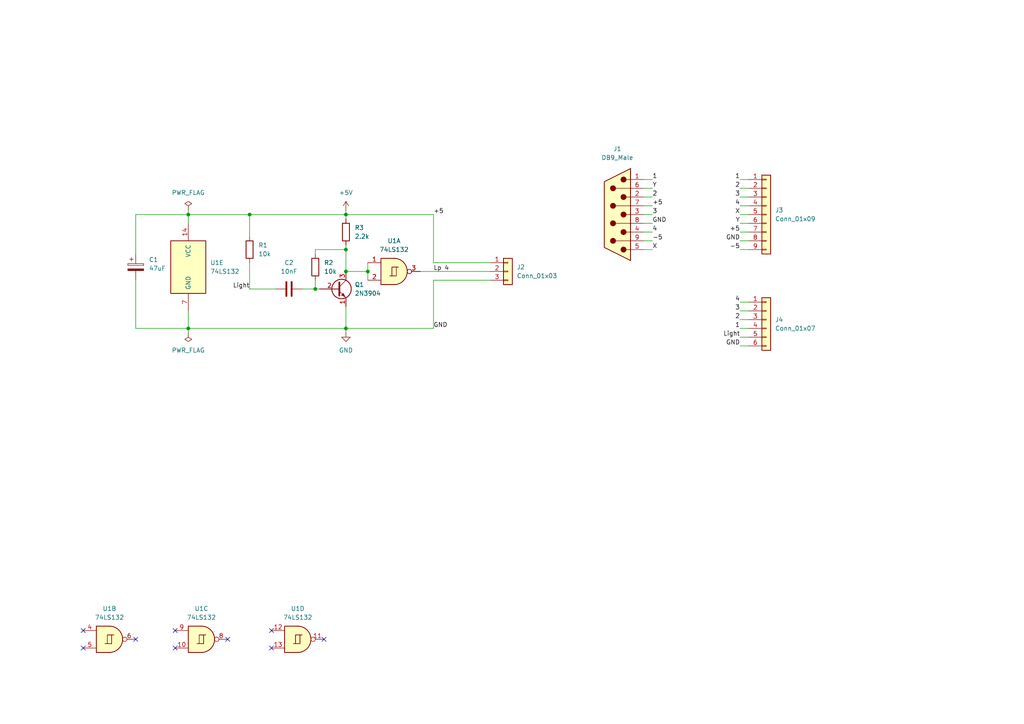
<source format=kicad_sch>
(kicad_sch (version 20211123) (generator eeschema)

  (uuid 1f73ad56-80b4-4881-a36a-74ac11038c73)

  (paper "A4")

  (title_block
    (title "Vectrex Lightpen 2")
  )

  (lib_symbols
    (symbol "74xx:74LS132" (pin_names (offset 1.016)) (in_bom yes) (on_board yes)
      (property "Reference" "U" (id 0) (at 0 1.27 0)
        (effects (font (size 1.27 1.27)))
      )
      (property "Value" "74LS132" (id 1) (at 0 -1.27 0)
        (effects (font (size 1.27 1.27)))
      )
      (property "Footprint" "" (id 2) (at 0 0 0)
        (effects (font (size 1.27 1.27)) hide)
      )
      (property "Datasheet" "http://www.ti.com/lit/gpn/sn74LS132" (id 3) (at 0 0 0)
        (effects (font (size 1.27 1.27)) hide)
      )
      (property "ki_locked" "" (id 4) (at 0 0 0)
        (effects (font (size 1.27 1.27)))
      )
      (property "ki_keywords" "TTL Nand2" (id 5) (at 0 0 0)
        (effects (font (size 1.27 1.27)) hide)
      )
      (property "ki_description" "Quad 2-input NAND Schmitt trigger" (id 6) (at 0 0 0)
        (effects (font (size 1.27 1.27)) hide)
      )
      (property "ki_fp_filters" "DIP*W7.62mm*" (id 7) (at 0 0 0)
        (effects (font (size 1.27 1.27)) hide)
      )
      (symbol "74LS132_1_0"
        (polyline
          (pts
            (xy -0.635 -1.27)
            (xy -0.635 1.27)
            (xy 0.635 1.27)
          )
          (stroke (width 0) (type default) (color 0 0 0 0))
          (fill (type none))
        )
        (polyline
          (pts
            (xy -0.635 -1.27)
            (xy -0.635 1.27)
            (xy 0.635 1.27)
          )
          (stroke (width 0) (type default) (color 0 0 0 0))
          (fill (type none))
        )
        (polyline
          (pts
            (xy -1.27 -1.27)
            (xy 0.635 -1.27)
            (xy 0.635 1.27)
            (xy 1.27 1.27)
          )
          (stroke (width 0) (type default) (color 0 0 0 0))
          (fill (type none))
        )
        (polyline
          (pts
            (xy -1.27 -1.27)
            (xy 0.635 -1.27)
            (xy 0.635 1.27)
            (xy 1.27 1.27)
          )
          (stroke (width 0) (type default) (color 0 0 0 0))
          (fill (type none))
        )
      )
      (symbol "74LS132_1_1"
        (arc (start 0 -3.81) (mid 3.81 0) (end 0 3.81)
          (stroke (width 0.254) (type default) (color 0 0 0 0))
          (fill (type background))
        )
        (polyline
          (pts
            (xy 0 3.81)
            (xy -3.81 3.81)
            (xy -3.81 -3.81)
            (xy 0 -3.81)
          )
          (stroke (width 0.254) (type default) (color 0 0 0 0))
          (fill (type background))
        )
        (pin input line (at -7.62 2.54 0) (length 3.81)
          (name "~" (effects (font (size 1.27 1.27))))
          (number "1" (effects (font (size 1.27 1.27))))
        )
        (pin input line (at -7.62 -2.54 0) (length 3.81)
          (name "~" (effects (font (size 1.27 1.27))))
          (number "2" (effects (font (size 1.27 1.27))))
        )
        (pin output inverted (at 7.62 0 180) (length 3.81)
          (name "~" (effects (font (size 1.27 1.27))))
          (number "3" (effects (font (size 1.27 1.27))))
        )
      )
      (symbol "74LS132_1_2"
        (arc (start -3.81 -3.81) (mid -2.589 0) (end -3.81 3.81)
          (stroke (width 0.254) (type default) (color 0 0 0 0))
          (fill (type none))
        )
        (arc (start -0.6096 -3.81) (mid 2.1842 -2.5851) (end 3.81 0)
          (stroke (width 0.254) (type default) (color 0 0 0 0))
          (fill (type background))
        )
        (polyline
          (pts
            (xy -3.81 -3.81)
            (xy -0.635 -3.81)
          )
          (stroke (width 0.254) (type default) (color 0 0 0 0))
          (fill (type background))
        )
        (polyline
          (pts
            (xy -3.81 3.81)
            (xy -0.635 3.81)
          )
          (stroke (width 0.254) (type default) (color 0 0 0 0))
          (fill (type background))
        )
        (polyline
          (pts
            (xy -0.635 3.81)
            (xy -3.81 3.81)
            (xy -3.81 3.81)
            (xy -3.556 3.4036)
            (xy -3.0226 2.2606)
            (xy -2.6924 1.0414)
            (xy -2.6162 -0.254)
            (xy -2.7686 -1.4986)
            (xy -3.175 -2.7178)
            (xy -3.81 -3.81)
            (xy -3.81 -3.81)
            (xy -0.635 -3.81)
          )
          (stroke (width -25.4) (type default) (color 0 0 0 0))
          (fill (type background))
        )
        (arc (start 3.81 0) (mid 2.1915 2.5936) (end -0.6096 3.81)
          (stroke (width 0.254) (type default) (color 0 0 0 0))
          (fill (type background))
        )
        (pin input inverted (at -7.62 2.54 0) (length 4.318)
          (name "~" (effects (font (size 1.27 1.27))))
          (number "1" (effects (font (size 1.27 1.27))))
        )
        (pin input inverted (at -7.62 -2.54 0) (length 4.318)
          (name "~" (effects (font (size 1.27 1.27))))
          (number "2" (effects (font (size 1.27 1.27))))
        )
        (pin output line (at 7.62 0 180) (length 3.81)
          (name "~" (effects (font (size 1.27 1.27))))
          (number "3" (effects (font (size 1.27 1.27))))
        )
      )
      (symbol "74LS132_2_0"
        (polyline
          (pts
            (xy -0.635 -1.27)
            (xy -0.635 1.27)
            (xy 0.635 1.27)
          )
          (stroke (width 0) (type default) (color 0 0 0 0))
          (fill (type none))
        )
        (polyline
          (pts
            (xy -0.635 -1.27)
            (xy -0.635 1.27)
            (xy 0.635 1.27)
          )
          (stroke (width 0) (type default) (color 0 0 0 0))
          (fill (type none))
        )
        (polyline
          (pts
            (xy -1.27 -1.27)
            (xy 0.635 -1.27)
            (xy 0.635 1.27)
            (xy 1.27 1.27)
          )
          (stroke (width 0) (type default) (color 0 0 0 0))
          (fill (type none))
        )
        (polyline
          (pts
            (xy -1.27 -1.27)
            (xy 0.635 -1.27)
            (xy 0.635 1.27)
            (xy 1.27 1.27)
          )
          (stroke (width 0) (type default) (color 0 0 0 0))
          (fill (type none))
        )
      )
      (symbol "74LS132_2_1"
        (arc (start 0 -3.81) (mid 3.81 0) (end 0 3.81)
          (stroke (width 0.254) (type default) (color 0 0 0 0))
          (fill (type background))
        )
        (polyline
          (pts
            (xy 0 3.81)
            (xy -3.81 3.81)
            (xy -3.81 -3.81)
            (xy 0 -3.81)
          )
          (stroke (width 0.254) (type default) (color 0 0 0 0))
          (fill (type background))
        )
        (pin input line (at -7.62 2.54 0) (length 3.81)
          (name "~" (effects (font (size 1.27 1.27))))
          (number "4" (effects (font (size 1.27 1.27))))
        )
        (pin input line (at -7.62 -2.54 0) (length 3.81)
          (name "~" (effects (font (size 1.27 1.27))))
          (number "5" (effects (font (size 1.27 1.27))))
        )
        (pin output inverted (at 7.62 0 180) (length 3.81)
          (name "~" (effects (font (size 1.27 1.27))))
          (number "6" (effects (font (size 1.27 1.27))))
        )
      )
      (symbol "74LS132_2_2"
        (arc (start -3.81 -3.81) (mid -2.589 0) (end -3.81 3.81)
          (stroke (width 0.254) (type default) (color 0 0 0 0))
          (fill (type none))
        )
        (arc (start -0.6096 -3.81) (mid 2.1842 -2.5851) (end 3.81 0)
          (stroke (width 0.254) (type default) (color 0 0 0 0))
          (fill (type background))
        )
        (polyline
          (pts
            (xy -3.81 -3.81)
            (xy -0.635 -3.81)
          )
          (stroke (width 0.254) (type default) (color 0 0 0 0))
          (fill (type background))
        )
        (polyline
          (pts
            (xy -3.81 3.81)
            (xy -0.635 3.81)
          )
          (stroke (width 0.254) (type default) (color 0 0 0 0))
          (fill (type background))
        )
        (polyline
          (pts
            (xy -0.635 3.81)
            (xy -3.81 3.81)
            (xy -3.81 3.81)
            (xy -3.556 3.4036)
            (xy -3.0226 2.2606)
            (xy -2.6924 1.0414)
            (xy -2.6162 -0.254)
            (xy -2.7686 -1.4986)
            (xy -3.175 -2.7178)
            (xy -3.81 -3.81)
            (xy -3.81 -3.81)
            (xy -0.635 -3.81)
          )
          (stroke (width -25.4) (type default) (color 0 0 0 0))
          (fill (type background))
        )
        (arc (start 3.81 0) (mid 2.1915 2.5936) (end -0.6096 3.81)
          (stroke (width 0.254) (type default) (color 0 0 0 0))
          (fill (type background))
        )
        (pin input inverted (at -7.62 2.54 0) (length 4.318)
          (name "~" (effects (font (size 1.27 1.27))))
          (number "4" (effects (font (size 1.27 1.27))))
        )
        (pin input inverted (at -7.62 -2.54 0) (length 4.318)
          (name "~" (effects (font (size 1.27 1.27))))
          (number "5" (effects (font (size 1.27 1.27))))
        )
        (pin output line (at 7.62 0 180) (length 3.81)
          (name "~" (effects (font (size 1.27 1.27))))
          (number "6" (effects (font (size 1.27 1.27))))
        )
      )
      (symbol "74LS132_3_0"
        (polyline
          (pts
            (xy -0.635 -1.27)
            (xy -0.635 1.27)
            (xy 0.635 1.27)
          )
          (stroke (width 0) (type default) (color 0 0 0 0))
          (fill (type none))
        )
        (polyline
          (pts
            (xy -0.635 -1.27)
            (xy -0.635 1.27)
            (xy 0.635 1.27)
          )
          (stroke (width 0) (type default) (color 0 0 0 0))
          (fill (type none))
        )
        (polyline
          (pts
            (xy -1.27 -1.27)
            (xy 0.635 -1.27)
            (xy 0.635 1.27)
            (xy 1.27 1.27)
          )
          (stroke (width 0) (type default) (color 0 0 0 0))
          (fill (type none))
        )
        (polyline
          (pts
            (xy -1.27 -1.27)
            (xy 0.635 -1.27)
            (xy 0.635 1.27)
            (xy 1.27 1.27)
          )
          (stroke (width 0) (type default) (color 0 0 0 0))
          (fill (type none))
        )
      )
      (symbol "74LS132_3_1"
        (arc (start 0 -3.81) (mid 3.81 0) (end 0 3.81)
          (stroke (width 0.254) (type default) (color 0 0 0 0))
          (fill (type background))
        )
        (polyline
          (pts
            (xy 0 3.81)
            (xy -3.81 3.81)
            (xy -3.81 -3.81)
            (xy 0 -3.81)
          )
          (stroke (width 0.254) (type default) (color 0 0 0 0))
          (fill (type background))
        )
        (pin input line (at -7.62 -2.54 0) (length 3.81)
          (name "~" (effects (font (size 1.27 1.27))))
          (number "10" (effects (font (size 1.27 1.27))))
        )
        (pin output inverted (at 7.62 0 180) (length 3.81)
          (name "~" (effects (font (size 1.27 1.27))))
          (number "8" (effects (font (size 1.27 1.27))))
        )
        (pin input line (at -7.62 2.54 0) (length 3.81)
          (name "~" (effects (font (size 1.27 1.27))))
          (number "9" (effects (font (size 1.27 1.27))))
        )
      )
      (symbol "74LS132_3_2"
        (arc (start -3.81 -3.81) (mid -2.589 0) (end -3.81 3.81)
          (stroke (width 0.254) (type default) (color 0 0 0 0))
          (fill (type none))
        )
        (arc (start -0.6096 -3.81) (mid 2.1842 -2.5851) (end 3.81 0)
          (stroke (width 0.254) (type default) (color 0 0 0 0))
          (fill (type background))
        )
        (polyline
          (pts
            (xy -3.81 -3.81)
            (xy -0.635 -3.81)
          )
          (stroke (width 0.254) (type default) (color 0 0 0 0))
          (fill (type background))
        )
        (polyline
          (pts
            (xy -3.81 3.81)
            (xy -0.635 3.81)
          )
          (stroke (width 0.254) (type default) (color 0 0 0 0))
          (fill (type background))
        )
        (polyline
          (pts
            (xy -0.635 3.81)
            (xy -3.81 3.81)
            (xy -3.81 3.81)
            (xy -3.556 3.4036)
            (xy -3.0226 2.2606)
            (xy -2.6924 1.0414)
            (xy -2.6162 -0.254)
            (xy -2.7686 -1.4986)
            (xy -3.175 -2.7178)
            (xy -3.81 -3.81)
            (xy -3.81 -3.81)
            (xy -0.635 -3.81)
          )
          (stroke (width -25.4) (type default) (color 0 0 0 0))
          (fill (type background))
        )
        (arc (start 3.81 0) (mid 2.1915 2.5936) (end -0.6096 3.81)
          (stroke (width 0.254) (type default) (color 0 0 0 0))
          (fill (type background))
        )
        (pin input inverted (at -7.62 -2.54 0) (length 4.318)
          (name "~" (effects (font (size 1.27 1.27))))
          (number "10" (effects (font (size 1.27 1.27))))
        )
        (pin output line (at 7.62 0 180) (length 3.81)
          (name "~" (effects (font (size 1.27 1.27))))
          (number "8" (effects (font (size 1.27 1.27))))
        )
        (pin input inverted (at -7.62 2.54 0) (length 4.318)
          (name "~" (effects (font (size 1.27 1.27))))
          (number "9" (effects (font (size 1.27 1.27))))
        )
      )
      (symbol "74LS132_4_0"
        (polyline
          (pts
            (xy -0.635 -1.27)
            (xy -0.635 1.27)
            (xy 0.635 1.27)
          )
          (stroke (width 0) (type default) (color 0 0 0 0))
          (fill (type none))
        )
        (polyline
          (pts
            (xy -0.635 -1.27)
            (xy -0.635 1.27)
            (xy 0.635 1.27)
          )
          (stroke (width 0) (type default) (color 0 0 0 0))
          (fill (type none))
        )
        (polyline
          (pts
            (xy -1.27 -1.27)
            (xy 0.635 -1.27)
            (xy 0.635 1.27)
            (xy 1.27 1.27)
          )
          (stroke (width 0) (type default) (color 0 0 0 0))
          (fill (type none))
        )
        (polyline
          (pts
            (xy -1.27 -1.27)
            (xy 0.635 -1.27)
            (xy 0.635 1.27)
            (xy 1.27 1.27)
          )
          (stroke (width 0) (type default) (color 0 0 0 0))
          (fill (type none))
        )
      )
      (symbol "74LS132_4_1"
        (arc (start 0 -3.81) (mid 3.81 0) (end 0 3.81)
          (stroke (width 0.254) (type default) (color 0 0 0 0))
          (fill (type background))
        )
        (polyline
          (pts
            (xy 0 3.81)
            (xy -3.81 3.81)
            (xy -3.81 -3.81)
            (xy 0 -3.81)
          )
          (stroke (width 0.254) (type default) (color 0 0 0 0))
          (fill (type background))
        )
        (pin output inverted (at 7.62 0 180) (length 3.81)
          (name "~" (effects (font (size 1.27 1.27))))
          (number "11" (effects (font (size 1.27 1.27))))
        )
        (pin input line (at -7.62 2.54 0) (length 3.81)
          (name "~" (effects (font (size 1.27 1.27))))
          (number "12" (effects (font (size 1.27 1.27))))
        )
        (pin input line (at -7.62 -2.54 0) (length 3.81)
          (name "~" (effects (font (size 1.27 1.27))))
          (number "13" (effects (font (size 1.27 1.27))))
        )
      )
      (symbol "74LS132_4_2"
        (arc (start -3.81 -3.81) (mid -2.589 0) (end -3.81 3.81)
          (stroke (width 0.254) (type default) (color 0 0 0 0))
          (fill (type none))
        )
        (arc (start -0.6096 -3.81) (mid 2.1842 -2.5851) (end 3.81 0)
          (stroke (width 0.254) (type default) (color 0 0 0 0))
          (fill (type background))
        )
        (polyline
          (pts
            (xy -3.81 -3.81)
            (xy -0.635 -3.81)
          )
          (stroke (width 0.254) (type default) (color 0 0 0 0))
          (fill (type background))
        )
        (polyline
          (pts
            (xy -3.81 3.81)
            (xy -0.635 3.81)
          )
          (stroke (width 0.254) (type default) (color 0 0 0 0))
          (fill (type background))
        )
        (polyline
          (pts
            (xy -0.635 3.81)
            (xy -3.81 3.81)
            (xy -3.81 3.81)
            (xy -3.556 3.4036)
            (xy -3.0226 2.2606)
            (xy -2.6924 1.0414)
            (xy -2.6162 -0.254)
            (xy -2.7686 -1.4986)
            (xy -3.175 -2.7178)
            (xy -3.81 -3.81)
            (xy -3.81 -3.81)
            (xy -0.635 -3.81)
          )
          (stroke (width -25.4) (type default) (color 0 0 0 0))
          (fill (type background))
        )
        (arc (start 3.81 0) (mid 2.1915 2.5936) (end -0.6096 3.81)
          (stroke (width 0.254) (type default) (color 0 0 0 0))
          (fill (type background))
        )
        (pin output line (at 7.62 0 180) (length 3.81)
          (name "~" (effects (font (size 1.27 1.27))))
          (number "11" (effects (font (size 1.27 1.27))))
        )
        (pin input inverted (at -7.62 2.54 0) (length 4.318)
          (name "~" (effects (font (size 1.27 1.27))))
          (number "12" (effects (font (size 1.27 1.27))))
        )
        (pin input inverted (at -7.62 -2.54 0) (length 4.318)
          (name "~" (effects (font (size 1.27 1.27))))
          (number "13" (effects (font (size 1.27 1.27))))
        )
      )
      (symbol "74LS132_5_0"
        (pin power_in line (at 0 12.7 270) (length 5.08)
          (name "VCC" (effects (font (size 1.27 1.27))))
          (number "14" (effects (font (size 1.27 1.27))))
        )
        (pin power_in line (at 0 -12.7 90) (length 5.08)
          (name "GND" (effects (font (size 1.27 1.27))))
          (number "7" (effects (font (size 1.27 1.27))))
        )
      )
      (symbol "74LS132_5_1"
        (rectangle (start -5.08 7.62) (end 5.08 -7.62)
          (stroke (width 0.254) (type default) (color 0 0 0 0))
          (fill (type background))
        )
      )
    )
    (symbol "Connector:DB9_Male" (pin_names (offset 1.016) hide) (in_bom yes) (on_board yes)
      (property "Reference" "J" (id 0) (at 0 13.97 0)
        (effects (font (size 1.27 1.27)))
      )
      (property "Value" "DB9_Male" (id 1) (at 0 -14.605 0)
        (effects (font (size 1.27 1.27)))
      )
      (property "Footprint" "" (id 2) (at 0 0 0)
        (effects (font (size 1.27 1.27)) hide)
      )
      (property "Datasheet" " ~" (id 3) (at 0 0 0)
        (effects (font (size 1.27 1.27)) hide)
      )
      (property "ki_keywords" "connector male D-SUB" (id 4) (at 0 0 0)
        (effects (font (size 1.27 1.27)) hide)
      )
      (property "ki_description" "9-pin male D-SUB connector" (id 5) (at 0 0 0)
        (effects (font (size 1.27 1.27)) hide)
      )
      (property "ki_fp_filters" "DSUB*Male*" (id 6) (at 0 0 0)
        (effects (font (size 1.27 1.27)) hide)
      )
      (symbol "DB9_Male_0_1"
        (circle (center -1.778 -10.16) (radius 0.762)
          (stroke (width 0) (type default) (color 0 0 0 0))
          (fill (type outline))
        )
        (circle (center -1.778 -5.08) (radius 0.762)
          (stroke (width 0) (type default) (color 0 0 0 0))
          (fill (type outline))
        )
        (circle (center -1.778 0) (radius 0.762)
          (stroke (width 0) (type default) (color 0 0 0 0))
          (fill (type outline))
        )
        (circle (center -1.778 5.08) (radius 0.762)
          (stroke (width 0) (type default) (color 0 0 0 0))
          (fill (type outline))
        )
        (circle (center -1.778 10.16) (radius 0.762)
          (stroke (width 0) (type default) (color 0 0 0 0))
          (fill (type outline))
        )
        (polyline
          (pts
            (xy -3.81 -10.16)
            (xy -2.54 -10.16)
          )
          (stroke (width 0) (type default) (color 0 0 0 0))
          (fill (type none))
        )
        (polyline
          (pts
            (xy -3.81 -7.62)
            (xy 0.508 -7.62)
          )
          (stroke (width 0) (type default) (color 0 0 0 0))
          (fill (type none))
        )
        (polyline
          (pts
            (xy -3.81 -5.08)
            (xy -2.54 -5.08)
          )
          (stroke (width 0) (type default) (color 0 0 0 0))
          (fill (type none))
        )
        (polyline
          (pts
            (xy -3.81 -2.54)
            (xy 0.508 -2.54)
          )
          (stroke (width 0) (type default) (color 0 0 0 0))
          (fill (type none))
        )
        (polyline
          (pts
            (xy -3.81 0)
            (xy -2.54 0)
          )
          (stroke (width 0) (type default) (color 0 0 0 0))
          (fill (type none))
        )
        (polyline
          (pts
            (xy -3.81 2.54)
            (xy 0.508 2.54)
          )
          (stroke (width 0) (type default) (color 0 0 0 0))
          (fill (type none))
        )
        (polyline
          (pts
            (xy -3.81 5.08)
            (xy -2.54 5.08)
          )
          (stroke (width 0) (type default) (color 0 0 0 0))
          (fill (type none))
        )
        (polyline
          (pts
            (xy -3.81 7.62)
            (xy 0.508 7.62)
          )
          (stroke (width 0) (type default) (color 0 0 0 0))
          (fill (type none))
        )
        (polyline
          (pts
            (xy -3.81 10.16)
            (xy -2.54 10.16)
          )
          (stroke (width 0) (type default) (color 0 0 0 0))
          (fill (type none))
        )
        (polyline
          (pts
            (xy -3.81 -13.335)
            (xy -3.81 13.335)
            (xy 3.81 9.525)
            (xy 3.81 -9.525)
            (xy -3.81 -13.335)
          )
          (stroke (width 0.254) (type default) (color 0 0 0 0))
          (fill (type background))
        )
        (circle (center 1.27 -7.62) (radius 0.762)
          (stroke (width 0) (type default) (color 0 0 0 0))
          (fill (type outline))
        )
        (circle (center 1.27 -2.54) (radius 0.762)
          (stroke (width 0) (type default) (color 0 0 0 0))
          (fill (type outline))
        )
        (circle (center 1.27 2.54) (radius 0.762)
          (stroke (width 0) (type default) (color 0 0 0 0))
          (fill (type outline))
        )
        (circle (center 1.27 7.62) (radius 0.762)
          (stroke (width 0) (type default) (color 0 0 0 0))
          (fill (type outline))
        )
      )
      (symbol "DB9_Male_1_1"
        (pin passive line (at -7.62 -10.16 0) (length 3.81)
          (name "1" (effects (font (size 1.27 1.27))))
          (number "1" (effects (font (size 1.27 1.27))))
        )
        (pin passive line (at -7.62 -5.08 0) (length 3.81)
          (name "2" (effects (font (size 1.27 1.27))))
          (number "2" (effects (font (size 1.27 1.27))))
        )
        (pin passive line (at -7.62 0 0) (length 3.81)
          (name "3" (effects (font (size 1.27 1.27))))
          (number "3" (effects (font (size 1.27 1.27))))
        )
        (pin passive line (at -7.62 5.08 0) (length 3.81)
          (name "4" (effects (font (size 1.27 1.27))))
          (number "4" (effects (font (size 1.27 1.27))))
        )
        (pin passive line (at -7.62 10.16 0) (length 3.81)
          (name "5" (effects (font (size 1.27 1.27))))
          (number "5" (effects (font (size 1.27 1.27))))
        )
        (pin passive line (at -7.62 -7.62 0) (length 3.81)
          (name "6" (effects (font (size 1.27 1.27))))
          (number "6" (effects (font (size 1.27 1.27))))
        )
        (pin passive line (at -7.62 -2.54 0) (length 3.81)
          (name "7" (effects (font (size 1.27 1.27))))
          (number "7" (effects (font (size 1.27 1.27))))
        )
        (pin passive line (at -7.62 2.54 0) (length 3.81)
          (name "8" (effects (font (size 1.27 1.27))))
          (number "8" (effects (font (size 1.27 1.27))))
        )
        (pin passive line (at -7.62 7.62 0) (length 3.81)
          (name "9" (effects (font (size 1.27 1.27))))
          (number "9" (effects (font (size 1.27 1.27))))
        )
      )
    )
    (symbol "Connector_Generic:Conn_01x03" (pin_names (offset 1.016) hide) (in_bom yes) (on_board yes)
      (property "Reference" "J" (id 0) (at 0 5.08 0)
        (effects (font (size 1.27 1.27)))
      )
      (property "Value" "Conn_01x03" (id 1) (at 0 -5.08 0)
        (effects (font (size 1.27 1.27)))
      )
      (property "Footprint" "" (id 2) (at 0 0 0)
        (effects (font (size 1.27 1.27)) hide)
      )
      (property "Datasheet" "~" (id 3) (at 0 0 0)
        (effects (font (size 1.27 1.27)) hide)
      )
      (property "ki_keywords" "connector" (id 4) (at 0 0 0)
        (effects (font (size 1.27 1.27)) hide)
      )
      (property "ki_description" "Generic connector, single row, 01x03, script generated (kicad-library-utils/schlib/autogen/connector/)" (id 5) (at 0 0 0)
        (effects (font (size 1.27 1.27)) hide)
      )
      (property "ki_fp_filters" "Connector*:*_1x??_*" (id 6) (at 0 0 0)
        (effects (font (size 1.27 1.27)) hide)
      )
      (symbol "Conn_01x03_1_1"
        (rectangle (start -1.27 -2.413) (end 0 -2.667)
          (stroke (width 0.1524) (type default) (color 0 0 0 0))
          (fill (type none))
        )
        (rectangle (start -1.27 0.127) (end 0 -0.127)
          (stroke (width 0.1524) (type default) (color 0 0 0 0))
          (fill (type none))
        )
        (rectangle (start -1.27 2.667) (end 0 2.413)
          (stroke (width 0.1524) (type default) (color 0 0 0 0))
          (fill (type none))
        )
        (rectangle (start -1.27 3.81) (end 1.27 -3.81)
          (stroke (width 0.254) (type default) (color 0 0 0 0))
          (fill (type background))
        )
        (pin passive line (at -5.08 2.54 0) (length 3.81)
          (name "Pin_1" (effects (font (size 1.27 1.27))))
          (number "1" (effects (font (size 1.27 1.27))))
        )
        (pin passive line (at -5.08 0 0) (length 3.81)
          (name "Pin_2" (effects (font (size 1.27 1.27))))
          (number "2" (effects (font (size 1.27 1.27))))
        )
        (pin passive line (at -5.08 -2.54 0) (length 3.81)
          (name "Pin_3" (effects (font (size 1.27 1.27))))
          (number "3" (effects (font (size 1.27 1.27))))
        )
      )
    )
    (symbol "Connector_Generic:Conn_01x06" (pin_names (offset 1.016) hide) (in_bom yes) (on_board yes)
      (property "Reference" "J" (id 0) (at 0 7.62 0)
        (effects (font (size 1.27 1.27)))
      )
      (property "Value" "Conn_01x06" (id 1) (at 0 -10.16 0)
        (effects (font (size 1.27 1.27)))
      )
      (property "Footprint" "" (id 2) (at 0 0 0)
        (effects (font (size 1.27 1.27)) hide)
      )
      (property "Datasheet" "~" (id 3) (at 0 0 0)
        (effects (font (size 1.27 1.27)) hide)
      )
      (property "ki_keywords" "connector" (id 4) (at 0 0 0)
        (effects (font (size 1.27 1.27)) hide)
      )
      (property "ki_description" "Generic connector, single row, 01x06, script generated (kicad-library-utils/schlib/autogen/connector/)" (id 5) (at 0 0 0)
        (effects (font (size 1.27 1.27)) hide)
      )
      (property "ki_fp_filters" "Connector*:*_1x??_*" (id 6) (at 0 0 0)
        (effects (font (size 1.27 1.27)) hide)
      )
      (symbol "Conn_01x06_1_1"
        (rectangle (start -1.27 -7.493) (end 0 -7.747)
          (stroke (width 0.1524) (type default) (color 0 0 0 0))
          (fill (type none))
        )
        (rectangle (start -1.27 -4.953) (end 0 -5.207)
          (stroke (width 0.1524) (type default) (color 0 0 0 0))
          (fill (type none))
        )
        (rectangle (start -1.27 -2.413) (end 0 -2.667)
          (stroke (width 0.1524) (type default) (color 0 0 0 0))
          (fill (type none))
        )
        (rectangle (start -1.27 0.127) (end 0 -0.127)
          (stroke (width 0.1524) (type default) (color 0 0 0 0))
          (fill (type none))
        )
        (rectangle (start -1.27 2.667) (end 0 2.413)
          (stroke (width 0.1524) (type default) (color 0 0 0 0))
          (fill (type none))
        )
        (rectangle (start -1.27 5.207) (end 0 4.953)
          (stroke (width 0.1524) (type default) (color 0 0 0 0))
          (fill (type none))
        )
        (rectangle (start -1.27 6.35) (end 1.27 -8.89)
          (stroke (width 0.254) (type default) (color 0 0 0 0))
          (fill (type background))
        )
        (pin passive line (at -5.08 5.08 0) (length 3.81)
          (name "Pin_1" (effects (font (size 1.27 1.27))))
          (number "1" (effects (font (size 1.27 1.27))))
        )
        (pin passive line (at -5.08 2.54 0) (length 3.81)
          (name "Pin_2" (effects (font (size 1.27 1.27))))
          (number "2" (effects (font (size 1.27 1.27))))
        )
        (pin passive line (at -5.08 0 0) (length 3.81)
          (name "Pin_3" (effects (font (size 1.27 1.27))))
          (number "3" (effects (font (size 1.27 1.27))))
        )
        (pin passive line (at -5.08 -2.54 0) (length 3.81)
          (name "Pin_4" (effects (font (size 1.27 1.27))))
          (number "4" (effects (font (size 1.27 1.27))))
        )
        (pin passive line (at -5.08 -5.08 0) (length 3.81)
          (name "Pin_5" (effects (font (size 1.27 1.27))))
          (number "5" (effects (font (size 1.27 1.27))))
        )
        (pin passive line (at -5.08 -7.62 0) (length 3.81)
          (name "Pin_6" (effects (font (size 1.27 1.27))))
          (number "6" (effects (font (size 1.27 1.27))))
        )
      )
    )
    (symbol "Connector_Generic:Conn_01x09" (pin_names (offset 1.016) hide) (in_bom yes) (on_board yes)
      (property "Reference" "J" (id 0) (at 0 12.7 0)
        (effects (font (size 1.27 1.27)))
      )
      (property "Value" "Conn_01x09" (id 1) (at 0 -12.7 0)
        (effects (font (size 1.27 1.27)))
      )
      (property "Footprint" "" (id 2) (at 0 0 0)
        (effects (font (size 1.27 1.27)) hide)
      )
      (property "Datasheet" "~" (id 3) (at 0 0 0)
        (effects (font (size 1.27 1.27)) hide)
      )
      (property "ki_keywords" "connector" (id 4) (at 0 0 0)
        (effects (font (size 1.27 1.27)) hide)
      )
      (property "ki_description" "Generic connector, single row, 01x09, script generated (kicad-library-utils/schlib/autogen/connector/)" (id 5) (at 0 0 0)
        (effects (font (size 1.27 1.27)) hide)
      )
      (property "ki_fp_filters" "Connector*:*_1x??_*" (id 6) (at 0 0 0)
        (effects (font (size 1.27 1.27)) hide)
      )
      (symbol "Conn_01x09_1_1"
        (rectangle (start -1.27 -10.033) (end 0 -10.287)
          (stroke (width 0.1524) (type default) (color 0 0 0 0))
          (fill (type none))
        )
        (rectangle (start -1.27 -7.493) (end 0 -7.747)
          (stroke (width 0.1524) (type default) (color 0 0 0 0))
          (fill (type none))
        )
        (rectangle (start -1.27 -4.953) (end 0 -5.207)
          (stroke (width 0.1524) (type default) (color 0 0 0 0))
          (fill (type none))
        )
        (rectangle (start -1.27 -2.413) (end 0 -2.667)
          (stroke (width 0.1524) (type default) (color 0 0 0 0))
          (fill (type none))
        )
        (rectangle (start -1.27 0.127) (end 0 -0.127)
          (stroke (width 0.1524) (type default) (color 0 0 0 0))
          (fill (type none))
        )
        (rectangle (start -1.27 2.667) (end 0 2.413)
          (stroke (width 0.1524) (type default) (color 0 0 0 0))
          (fill (type none))
        )
        (rectangle (start -1.27 5.207) (end 0 4.953)
          (stroke (width 0.1524) (type default) (color 0 0 0 0))
          (fill (type none))
        )
        (rectangle (start -1.27 7.747) (end 0 7.493)
          (stroke (width 0.1524) (type default) (color 0 0 0 0))
          (fill (type none))
        )
        (rectangle (start -1.27 10.287) (end 0 10.033)
          (stroke (width 0.1524) (type default) (color 0 0 0 0))
          (fill (type none))
        )
        (rectangle (start -1.27 11.43) (end 1.27 -11.43)
          (stroke (width 0.254) (type default) (color 0 0 0 0))
          (fill (type background))
        )
        (pin passive line (at -5.08 10.16 0) (length 3.81)
          (name "Pin_1" (effects (font (size 1.27 1.27))))
          (number "1" (effects (font (size 1.27 1.27))))
        )
        (pin passive line (at -5.08 7.62 0) (length 3.81)
          (name "Pin_2" (effects (font (size 1.27 1.27))))
          (number "2" (effects (font (size 1.27 1.27))))
        )
        (pin passive line (at -5.08 5.08 0) (length 3.81)
          (name "Pin_3" (effects (font (size 1.27 1.27))))
          (number "3" (effects (font (size 1.27 1.27))))
        )
        (pin passive line (at -5.08 2.54 0) (length 3.81)
          (name "Pin_4" (effects (font (size 1.27 1.27))))
          (number "4" (effects (font (size 1.27 1.27))))
        )
        (pin passive line (at -5.08 0 0) (length 3.81)
          (name "Pin_5" (effects (font (size 1.27 1.27))))
          (number "5" (effects (font (size 1.27 1.27))))
        )
        (pin passive line (at -5.08 -2.54 0) (length 3.81)
          (name "Pin_6" (effects (font (size 1.27 1.27))))
          (number "6" (effects (font (size 1.27 1.27))))
        )
        (pin passive line (at -5.08 -5.08 0) (length 3.81)
          (name "Pin_7" (effects (font (size 1.27 1.27))))
          (number "7" (effects (font (size 1.27 1.27))))
        )
        (pin passive line (at -5.08 -7.62 0) (length 3.81)
          (name "Pin_8" (effects (font (size 1.27 1.27))))
          (number "8" (effects (font (size 1.27 1.27))))
        )
        (pin passive line (at -5.08 -10.16 0) (length 3.81)
          (name "Pin_9" (effects (font (size 1.27 1.27))))
          (number "9" (effects (font (size 1.27 1.27))))
        )
      )
    )
    (symbol "Device:C" (pin_numbers hide) (pin_names (offset 0.254)) (in_bom yes) (on_board yes)
      (property "Reference" "C" (id 0) (at 0.635 2.54 0)
        (effects (font (size 1.27 1.27)) (justify left))
      )
      (property "Value" "C" (id 1) (at 0.635 -2.54 0)
        (effects (font (size 1.27 1.27)) (justify left))
      )
      (property "Footprint" "" (id 2) (at 0.9652 -3.81 0)
        (effects (font (size 1.27 1.27)) hide)
      )
      (property "Datasheet" "~" (id 3) (at 0 0 0)
        (effects (font (size 1.27 1.27)) hide)
      )
      (property "ki_keywords" "cap capacitor" (id 4) (at 0 0 0)
        (effects (font (size 1.27 1.27)) hide)
      )
      (property "ki_description" "Unpolarized capacitor" (id 5) (at 0 0 0)
        (effects (font (size 1.27 1.27)) hide)
      )
      (property "ki_fp_filters" "C_*" (id 6) (at 0 0 0)
        (effects (font (size 1.27 1.27)) hide)
      )
      (symbol "C_0_1"
        (polyline
          (pts
            (xy -2.032 -0.762)
            (xy 2.032 -0.762)
          )
          (stroke (width 0.508) (type default) (color 0 0 0 0))
          (fill (type none))
        )
        (polyline
          (pts
            (xy -2.032 0.762)
            (xy 2.032 0.762)
          )
          (stroke (width 0.508) (type default) (color 0 0 0 0))
          (fill (type none))
        )
      )
      (symbol "C_1_1"
        (pin passive line (at 0 3.81 270) (length 2.794)
          (name "~" (effects (font (size 1.27 1.27))))
          (number "1" (effects (font (size 1.27 1.27))))
        )
        (pin passive line (at 0 -3.81 90) (length 2.794)
          (name "~" (effects (font (size 1.27 1.27))))
          (number "2" (effects (font (size 1.27 1.27))))
        )
      )
    )
    (symbol "Device:C_Polarized" (pin_numbers hide) (pin_names (offset 0.254)) (in_bom yes) (on_board yes)
      (property "Reference" "C" (id 0) (at 0.635 2.54 0)
        (effects (font (size 1.27 1.27)) (justify left))
      )
      (property "Value" "C_Polarized" (id 1) (at 0.635 -2.54 0)
        (effects (font (size 1.27 1.27)) (justify left))
      )
      (property "Footprint" "" (id 2) (at 0.9652 -3.81 0)
        (effects (font (size 1.27 1.27)) hide)
      )
      (property "Datasheet" "~" (id 3) (at 0 0 0)
        (effects (font (size 1.27 1.27)) hide)
      )
      (property "ki_keywords" "cap capacitor" (id 4) (at 0 0 0)
        (effects (font (size 1.27 1.27)) hide)
      )
      (property "ki_description" "Polarized capacitor" (id 5) (at 0 0 0)
        (effects (font (size 1.27 1.27)) hide)
      )
      (property "ki_fp_filters" "CP_*" (id 6) (at 0 0 0)
        (effects (font (size 1.27 1.27)) hide)
      )
      (symbol "C_Polarized_0_1"
        (rectangle (start -2.286 0.508) (end 2.286 1.016)
          (stroke (width 0) (type default) (color 0 0 0 0))
          (fill (type none))
        )
        (polyline
          (pts
            (xy -1.778 2.286)
            (xy -0.762 2.286)
          )
          (stroke (width 0) (type default) (color 0 0 0 0))
          (fill (type none))
        )
        (polyline
          (pts
            (xy -1.27 2.794)
            (xy -1.27 1.778)
          )
          (stroke (width 0) (type default) (color 0 0 0 0))
          (fill (type none))
        )
        (rectangle (start 2.286 -0.508) (end -2.286 -1.016)
          (stroke (width 0) (type default) (color 0 0 0 0))
          (fill (type outline))
        )
      )
      (symbol "C_Polarized_1_1"
        (pin passive line (at 0 3.81 270) (length 2.794)
          (name "~" (effects (font (size 1.27 1.27))))
          (number "1" (effects (font (size 1.27 1.27))))
        )
        (pin passive line (at 0 -3.81 90) (length 2.794)
          (name "~" (effects (font (size 1.27 1.27))))
          (number "2" (effects (font (size 1.27 1.27))))
        )
      )
    )
    (symbol "Device:R" (pin_numbers hide) (pin_names (offset 0)) (in_bom yes) (on_board yes)
      (property "Reference" "R" (id 0) (at 2.032 0 90)
        (effects (font (size 1.27 1.27)))
      )
      (property "Value" "R" (id 1) (at 0 0 90)
        (effects (font (size 1.27 1.27)))
      )
      (property "Footprint" "" (id 2) (at -1.778 0 90)
        (effects (font (size 1.27 1.27)) hide)
      )
      (property "Datasheet" "~" (id 3) (at 0 0 0)
        (effects (font (size 1.27 1.27)) hide)
      )
      (property "ki_keywords" "R res resistor" (id 4) (at 0 0 0)
        (effects (font (size 1.27 1.27)) hide)
      )
      (property "ki_description" "Resistor" (id 5) (at 0 0 0)
        (effects (font (size 1.27 1.27)) hide)
      )
      (property "ki_fp_filters" "R_*" (id 6) (at 0 0 0)
        (effects (font (size 1.27 1.27)) hide)
      )
      (symbol "R_0_1"
        (rectangle (start -1.016 -2.54) (end 1.016 2.54)
          (stroke (width 0.254) (type default) (color 0 0 0 0))
          (fill (type none))
        )
      )
      (symbol "R_1_1"
        (pin passive line (at 0 3.81 270) (length 1.27)
          (name "~" (effects (font (size 1.27 1.27))))
          (number "1" (effects (font (size 1.27 1.27))))
        )
        (pin passive line (at 0 -3.81 90) (length 1.27)
          (name "~" (effects (font (size 1.27 1.27))))
          (number "2" (effects (font (size 1.27 1.27))))
        )
      )
    )
    (symbol "Transistor_BJT:2N3904" (pin_names (offset 0) hide) (in_bom yes) (on_board yes)
      (property "Reference" "Q" (id 0) (at 5.08 1.905 0)
        (effects (font (size 1.27 1.27)) (justify left))
      )
      (property "Value" "2N3904" (id 1) (at 5.08 0 0)
        (effects (font (size 1.27 1.27)) (justify left))
      )
      (property "Footprint" "Package_TO_SOT_THT:TO-92_Inline" (id 2) (at 5.08 -1.905 0)
        (effects (font (size 1.27 1.27) italic) (justify left) hide)
      )
      (property "Datasheet" "https://www.onsemi.com/pub/Collateral/2N3903-D.PDF" (id 3) (at 0 0 0)
        (effects (font (size 1.27 1.27)) (justify left) hide)
      )
      (property "ki_keywords" "NPN Transistor" (id 4) (at 0 0 0)
        (effects (font (size 1.27 1.27)) hide)
      )
      (property "ki_description" "0.2A Ic, 40V Vce, Small Signal NPN Transistor, TO-92" (id 5) (at 0 0 0)
        (effects (font (size 1.27 1.27)) hide)
      )
      (property "ki_fp_filters" "TO?92*" (id 6) (at 0 0 0)
        (effects (font (size 1.27 1.27)) hide)
      )
      (symbol "2N3904_0_1"
        (polyline
          (pts
            (xy 0.635 0.635)
            (xy 2.54 2.54)
          )
          (stroke (width 0) (type default) (color 0 0 0 0))
          (fill (type none))
        )
        (polyline
          (pts
            (xy 0.635 -0.635)
            (xy 2.54 -2.54)
            (xy 2.54 -2.54)
          )
          (stroke (width 0) (type default) (color 0 0 0 0))
          (fill (type none))
        )
        (polyline
          (pts
            (xy 0.635 1.905)
            (xy 0.635 -1.905)
            (xy 0.635 -1.905)
          )
          (stroke (width 0.508) (type default) (color 0 0 0 0))
          (fill (type none))
        )
        (polyline
          (pts
            (xy 1.27 -1.778)
            (xy 1.778 -1.27)
            (xy 2.286 -2.286)
            (xy 1.27 -1.778)
            (xy 1.27 -1.778)
          )
          (stroke (width 0) (type default) (color 0 0 0 0))
          (fill (type outline))
        )
        (circle (center 1.27 0) (radius 2.8194)
          (stroke (width 0.254) (type default) (color 0 0 0 0))
          (fill (type none))
        )
      )
      (symbol "2N3904_1_1"
        (pin passive line (at 2.54 -5.08 90) (length 2.54)
          (name "E" (effects (font (size 1.27 1.27))))
          (number "1" (effects (font (size 1.27 1.27))))
        )
        (pin passive line (at -5.08 0 0) (length 5.715)
          (name "B" (effects (font (size 1.27 1.27))))
          (number "2" (effects (font (size 1.27 1.27))))
        )
        (pin passive line (at 2.54 5.08 270) (length 2.54)
          (name "C" (effects (font (size 1.27 1.27))))
          (number "3" (effects (font (size 1.27 1.27))))
        )
      )
    )
    (symbol "power:+5V" (power) (pin_names (offset 0)) (in_bom yes) (on_board yes)
      (property "Reference" "#PWR" (id 0) (at 0 -3.81 0)
        (effects (font (size 1.27 1.27)) hide)
      )
      (property "Value" "+5V" (id 1) (at 0 3.556 0)
        (effects (font (size 1.27 1.27)))
      )
      (property "Footprint" "" (id 2) (at 0 0 0)
        (effects (font (size 1.27 1.27)) hide)
      )
      (property "Datasheet" "" (id 3) (at 0 0 0)
        (effects (font (size 1.27 1.27)) hide)
      )
      (property "ki_keywords" "power-flag" (id 4) (at 0 0 0)
        (effects (font (size 1.27 1.27)) hide)
      )
      (property "ki_description" "Power symbol creates a global label with name \"+5V\"" (id 5) (at 0 0 0)
        (effects (font (size 1.27 1.27)) hide)
      )
      (symbol "+5V_0_1"
        (polyline
          (pts
            (xy -0.762 1.27)
            (xy 0 2.54)
          )
          (stroke (width 0) (type default) (color 0 0 0 0))
          (fill (type none))
        )
        (polyline
          (pts
            (xy 0 0)
            (xy 0 2.54)
          )
          (stroke (width 0) (type default) (color 0 0 0 0))
          (fill (type none))
        )
        (polyline
          (pts
            (xy 0 2.54)
            (xy 0.762 1.27)
          )
          (stroke (width 0) (type default) (color 0 0 0 0))
          (fill (type none))
        )
      )
      (symbol "+5V_1_1"
        (pin power_in line (at 0 0 90) (length 0) hide
          (name "+5V" (effects (font (size 1.27 1.27))))
          (number "1" (effects (font (size 1.27 1.27))))
        )
      )
    )
    (symbol "power:GND" (power) (pin_names (offset 0)) (in_bom yes) (on_board yes)
      (property "Reference" "#PWR" (id 0) (at 0 -6.35 0)
        (effects (font (size 1.27 1.27)) hide)
      )
      (property "Value" "GND" (id 1) (at 0 -3.81 0)
        (effects (font (size 1.27 1.27)))
      )
      (property "Footprint" "" (id 2) (at 0 0 0)
        (effects (font (size 1.27 1.27)) hide)
      )
      (property "Datasheet" "" (id 3) (at 0 0 0)
        (effects (font (size 1.27 1.27)) hide)
      )
      (property "ki_keywords" "power-flag" (id 4) (at 0 0 0)
        (effects (font (size 1.27 1.27)) hide)
      )
      (property "ki_description" "Power symbol creates a global label with name \"GND\" , ground" (id 5) (at 0 0 0)
        (effects (font (size 1.27 1.27)) hide)
      )
      (symbol "GND_0_1"
        (polyline
          (pts
            (xy 0 0)
            (xy 0 -1.27)
            (xy 1.27 -1.27)
            (xy 0 -2.54)
            (xy -1.27 -1.27)
            (xy 0 -1.27)
          )
          (stroke (width 0) (type default) (color 0 0 0 0))
          (fill (type none))
        )
      )
      (symbol "GND_1_1"
        (pin power_in line (at 0 0 270) (length 0) hide
          (name "GND" (effects (font (size 1.27 1.27))))
          (number "1" (effects (font (size 1.27 1.27))))
        )
      )
    )
    (symbol "power:PWR_FLAG" (power) (pin_numbers hide) (pin_names (offset 0) hide) (in_bom yes) (on_board yes)
      (property "Reference" "#FLG" (id 0) (at 0 1.905 0)
        (effects (font (size 1.27 1.27)) hide)
      )
      (property "Value" "PWR_FLAG" (id 1) (at 0 3.81 0)
        (effects (font (size 1.27 1.27)))
      )
      (property "Footprint" "" (id 2) (at 0 0 0)
        (effects (font (size 1.27 1.27)) hide)
      )
      (property "Datasheet" "~" (id 3) (at 0 0 0)
        (effects (font (size 1.27 1.27)) hide)
      )
      (property "ki_keywords" "power-flag" (id 4) (at 0 0 0)
        (effects (font (size 1.27 1.27)) hide)
      )
      (property "ki_description" "Special symbol for telling ERC where power comes from" (id 5) (at 0 0 0)
        (effects (font (size 1.27 1.27)) hide)
      )
      (symbol "PWR_FLAG_0_0"
        (pin power_out line (at 0 0 90) (length 0)
          (name "pwr" (effects (font (size 1.27 1.27))))
          (number "1" (effects (font (size 1.27 1.27))))
        )
      )
      (symbol "PWR_FLAG_0_1"
        (polyline
          (pts
            (xy 0 0)
            (xy 0 1.27)
            (xy -1.016 1.905)
            (xy 0 2.54)
            (xy 1.016 1.905)
            (xy 0 1.27)
          )
          (stroke (width 0) (type default) (color 0 0 0 0))
          (fill (type none))
        )
      )
    )
  )

  (junction (at 100.33 78.74) (diameter 0) (color 0 0 0 0)
    (uuid 16d597bd-446e-4684-929b-2ffacac35068)
  )
  (junction (at 91.44 83.82) (diameter 0) (color 0 0 0 0)
    (uuid 1cb288e4-6dca-47aa-b390-301f0bc2c5a7)
  )
  (junction (at 100.33 62.23) (diameter 0) (color 0 0 0 0)
    (uuid 6946a8c6-4958-4521-91bf-afa1182bca32)
  )
  (junction (at 54.61 95.25) (diameter 0) (color 0 0 0 0)
    (uuid a2737361-aab3-4eb0-bea3-68b964b08bd9)
  )
  (junction (at 106.68 78.74) (diameter 0) (color 0 0 0 0)
    (uuid b46a0cba-fbb5-4675-affd-7083e575c346)
  )
  (junction (at 72.39 62.23) (diameter 0) (color 0 0 0 0)
    (uuid c97a6262-a894-453f-a6ef-e2f2e13f6f58)
  )
  (junction (at 100.33 95.25) (diameter 0) (color 0 0 0 0)
    (uuid cb6c4716-d50c-4d79-9961-17ffc167ea8f)
  )
  (junction (at 54.61 62.23) (diameter 0) (color 0 0 0 0)
    (uuid d2372e60-db6e-4e26-a159-d22e95fd1541)
  )
  (junction (at 100.33 72.39) (diameter 0) (color 0 0 0 0)
    (uuid ecf60b06-fffd-4ed0-9ef2-30dc4fc47aad)
  )

  (no_connect (at 39.37 185.42) (uuid 0313cbd0-38bc-4da9-a61e-e9bbc96db1c3))
  (no_connect (at 50.8 187.96) (uuid 316a3e1c-e960-4650-81d6-496583b241a6))
  (no_connect (at 78.74 182.88) (uuid 7aa11fc2-4134-4728-b8f9-94a489bf2100))
  (no_connect (at 24.13 182.88) (uuid 8cce4fae-2978-4134-87db-6649cc90607d))
  (no_connect (at 93.98 185.42) (uuid 9034e6c5-1628-4251-8bff-da8f26048eac))
  (no_connect (at 66.04 185.42) (uuid a9abe902-4b02-44df-b9a6-72ff7b506633))
  (no_connect (at 50.8 182.88) (uuid b03e2c55-2eee-47a1-aaaa-e46d2a608963))
  (no_connect (at 78.74 187.96) (uuid b90e0a69-9a90-42ef-a26c-4f1ca9b36721))
  (no_connect (at 24.13 187.96) (uuid f9e705ab-ada4-461b-80eb-52aa8e044ccb))

  (wire (pts (xy 87.63 83.82) (xy 91.44 83.82))
    (stroke (width 0) (type default) (color 0 0 0 0))
    (uuid 04ca6625-cba3-4f2a-ac51-70b2957edcd6)
  )
  (wire (pts (xy 214.63 64.77) (xy 217.17 64.77))
    (stroke (width 0) (type default) (color 0 0 0 0))
    (uuid 07bdf435-d37e-4ed8-995d-b2bb69ccd669)
  )
  (wire (pts (xy 189.23 64.77) (xy 186.69 64.77))
    (stroke (width 0) (type default) (color 0 0 0 0))
    (uuid 0ca13202-9be7-49f1-baec-c908776fd199)
  )
  (wire (pts (xy 72.39 83.82) (xy 80.01 83.82))
    (stroke (width 0) (type default) (color 0 0 0 0))
    (uuid 130e13b2-3764-4ced-9bbe-4b692abb739a)
  )
  (wire (pts (xy 214.63 52.07) (xy 217.17 52.07))
    (stroke (width 0) (type default) (color 0 0 0 0))
    (uuid 1348a7e9-d63d-45bd-a347-e55bb0943569)
  )
  (wire (pts (xy 189.23 57.15) (xy 186.69 57.15))
    (stroke (width 0) (type default) (color 0 0 0 0))
    (uuid 1516ea7a-0346-4ca4-b745-3745635c83cb)
  )
  (wire (pts (xy 214.63 57.15) (xy 217.17 57.15))
    (stroke (width 0) (type default) (color 0 0 0 0))
    (uuid 1b359b92-61b0-4f32-a4e9-6213104dfe4c)
  )
  (wire (pts (xy 106.68 76.2) (xy 106.68 78.74))
    (stroke (width 0) (type default) (color 0 0 0 0))
    (uuid 1d9c8a1c-f5be-4161-a9e8-75c05878794f)
  )
  (wire (pts (xy 125.73 62.23) (xy 125.73 76.2))
    (stroke (width 0) (type default) (color 0 0 0 0))
    (uuid 22f04f8e-cc0c-49ea-be40-e45bc0a01efe)
  )
  (wire (pts (xy 214.63 67.31) (xy 217.17 67.31))
    (stroke (width 0) (type default) (color 0 0 0 0))
    (uuid 25b6bf0d-5acf-425b-bab0-53a7e0f83ec7)
  )
  (wire (pts (xy 214.63 59.69) (xy 217.17 59.69))
    (stroke (width 0) (type default) (color 0 0 0 0))
    (uuid 277bf05f-1200-4d39-bf54-9fb857ecfdae)
  )
  (wire (pts (xy 54.61 90.17) (xy 54.61 95.25))
    (stroke (width 0) (type default) (color 0 0 0 0))
    (uuid 289d671a-b553-4b96-b791-9e68d97837b3)
  )
  (wire (pts (xy 91.44 81.28) (xy 91.44 83.82))
    (stroke (width 0) (type default) (color 0 0 0 0))
    (uuid 3c06ef88-9698-42a5-8ca4-399b28176832)
  )
  (wire (pts (xy 142.24 81.28) (xy 125.73 81.28))
    (stroke (width 0) (type default) (color 0 0 0 0))
    (uuid 3fe58afa-eef6-4a08-93d2-8408c05ce3c3)
  )
  (wire (pts (xy 214.63 92.71) (xy 217.17 92.71))
    (stroke (width 0) (type default) (color 0 0 0 0))
    (uuid 43080cf3-8520-4bde-9ba4-893c101a3c91)
  )
  (wire (pts (xy 214.63 97.79) (xy 217.17 97.79))
    (stroke (width 0) (type default) (color 0 0 0 0))
    (uuid 438e1f8f-8500-4576-8a37-e2981350cad9)
  )
  (wire (pts (xy 54.61 60.96) (xy 54.61 62.23))
    (stroke (width 0) (type default) (color 0 0 0 0))
    (uuid 43e8c986-5df7-4aac-8742-83a38fafdee5)
  )
  (wire (pts (xy 39.37 95.25) (xy 54.61 95.25))
    (stroke (width 0) (type default) (color 0 0 0 0))
    (uuid 4684861f-ad2b-4004-b989-490747af2f6f)
  )
  (wire (pts (xy 54.61 95.25) (xy 100.33 95.25))
    (stroke (width 0) (type default) (color 0 0 0 0))
    (uuid 49bee733-921c-47b1-bd33-2f3251ed8fe5)
  )
  (wire (pts (xy 189.23 69.85) (xy 186.69 69.85))
    (stroke (width 0) (type default) (color 0 0 0 0))
    (uuid 4c84c2bf-a05b-4d8c-a39a-29e20ead075b)
  )
  (wire (pts (xy 214.63 95.25) (xy 217.17 95.25))
    (stroke (width 0) (type default) (color 0 0 0 0))
    (uuid 513939dc-2b94-4f7b-b8d6-18c724177956)
  )
  (wire (pts (xy 189.23 54.61) (xy 186.69 54.61))
    (stroke (width 0) (type default) (color 0 0 0 0))
    (uuid 5160fd22-e7c3-4000-bdb5-755f51137b06)
  )
  (wire (pts (xy 54.61 95.25) (xy 54.61 96.52))
    (stroke (width 0) (type default) (color 0 0 0 0))
    (uuid 52df4b10-f940-484e-a547-a2245ad3efbc)
  )
  (wire (pts (xy 214.63 62.23) (xy 217.17 62.23))
    (stroke (width 0) (type default) (color 0 0 0 0))
    (uuid 571137fd-6b4b-4192-83dc-4158c2eaa1eb)
  )
  (wire (pts (xy 100.33 71.12) (xy 100.33 72.39))
    (stroke (width 0) (type default) (color 0 0 0 0))
    (uuid 585f3d8f-e396-43eb-b35d-3aa3d93cdc72)
  )
  (wire (pts (xy 100.33 95.25) (xy 100.33 96.52))
    (stroke (width 0) (type default) (color 0 0 0 0))
    (uuid 59009e9b-3d65-4ac6-93a1-54745404b135)
  )
  (wire (pts (xy 39.37 81.28) (xy 39.37 95.25))
    (stroke (width 0) (type default) (color 0 0 0 0))
    (uuid 6175057b-77f3-45eb-9fc1-faadfe27a6b3)
  )
  (wire (pts (xy 39.37 73.66) (xy 39.37 62.23))
    (stroke (width 0) (type default) (color 0 0 0 0))
    (uuid 711c2147-80aa-421c-abdb-57a88ec91348)
  )
  (wire (pts (xy 214.63 72.39) (xy 217.17 72.39))
    (stroke (width 0) (type default) (color 0 0 0 0))
    (uuid 79ac9b1a-fc5f-4241-81a6-8b376157a5bc)
  )
  (wire (pts (xy 214.63 100.33) (xy 217.17 100.33))
    (stroke (width 0) (type default) (color 0 0 0 0))
    (uuid 832f6264-5474-4f3e-9405-c2e96ed8c6be)
  )
  (wire (pts (xy 214.63 54.61) (xy 217.17 54.61))
    (stroke (width 0) (type default) (color 0 0 0 0))
    (uuid 842116fe-50ea-44fa-9262-787f9c155c47)
  )
  (wire (pts (xy 100.33 88.9) (xy 100.33 95.25))
    (stroke (width 0) (type default) (color 0 0 0 0))
    (uuid 8ece02d9-bb38-41de-8c8c-8bba80b0ee71)
  )
  (wire (pts (xy 39.37 62.23) (xy 54.61 62.23))
    (stroke (width 0) (type default) (color 0 0 0 0))
    (uuid 8edd99ed-c96c-41e2-af2c-86d326e41b8d)
  )
  (wire (pts (xy 91.44 83.82) (xy 92.71 83.82))
    (stroke (width 0) (type default) (color 0 0 0 0))
    (uuid 8ef7f8eb-c871-4b66-8003-f71ee5bdc60e)
  )
  (wire (pts (xy 54.61 64.77) (xy 54.61 62.23))
    (stroke (width 0) (type default) (color 0 0 0 0))
    (uuid 9065d530-16a7-459f-9136-fd1a5d6d9bd6)
  )
  (wire (pts (xy 142.24 76.2) (xy 125.73 76.2))
    (stroke (width 0) (type default) (color 0 0 0 0))
    (uuid 94857505-3624-4999-8d1c-986356ceb1bb)
  )
  (wire (pts (xy 214.63 90.17) (xy 217.17 90.17))
    (stroke (width 0) (type default) (color 0 0 0 0))
    (uuid 980b7dc4-52f1-4c43-816e-b0ec881b3eb0)
  )
  (wire (pts (xy 100.33 62.23) (xy 125.73 62.23))
    (stroke (width 0) (type default) (color 0 0 0 0))
    (uuid 9d72b583-f1fc-42b6-9e75-9ff57d5940dc)
  )
  (wire (pts (xy 100.33 72.39) (xy 100.33 78.74))
    (stroke (width 0) (type default) (color 0 0 0 0))
    (uuid 9f76a654-a337-4f56-b80c-0bfc106139a3)
  )
  (wire (pts (xy 100.33 62.23) (xy 100.33 63.5))
    (stroke (width 0) (type default) (color 0 0 0 0))
    (uuid 9fb2ae1b-8a9d-4e40-ad4b-b5bf6606144b)
  )
  (wire (pts (xy 189.23 52.07) (xy 186.69 52.07))
    (stroke (width 0) (type default) (color 0 0 0 0))
    (uuid a2430254-b8a3-4535-bc21-1468fe9418ce)
  )
  (wire (pts (xy 189.23 59.69) (xy 186.69 59.69))
    (stroke (width 0) (type default) (color 0 0 0 0))
    (uuid a5e09d57-f69c-4512-9ff4-49122f5c767f)
  )
  (wire (pts (xy 214.63 87.63) (xy 217.17 87.63))
    (stroke (width 0) (type default) (color 0 0 0 0))
    (uuid a791b584-a219-4fc4-a3a8-728d45ade2b8)
  )
  (wire (pts (xy 189.23 62.23) (xy 186.69 62.23))
    (stroke (width 0) (type default) (color 0 0 0 0))
    (uuid aa5ad350-9175-408e-9f7d-48812c74a7de)
  )
  (wire (pts (xy 72.39 62.23) (xy 100.33 62.23))
    (stroke (width 0) (type default) (color 0 0 0 0))
    (uuid aab37a90-bafa-4dd0-b81d-ef3d614f8ea2)
  )
  (wire (pts (xy 72.39 68.58) (xy 72.39 62.23))
    (stroke (width 0) (type default) (color 0 0 0 0))
    (uuid aad962ba-2754-48aa-8d81-756725b7dce2)
  )
  (wire (pts (xy 121.92 78.74) (xy 142.24 78.74))
    (stroke (width 0) (type default) (color 0 0 0 0))
    (uuid b76c78f8-ca26-4f25-9256-bc532cc6ac2b)
  )
  (wire (pts (xy 100.33 60.96) (xy 100.33 62.23))
    (stroke (width 0) (type default) (color 0 0 0 0))
    (uuid c1007548-ff5f-44fe-8259-569996c632dd)
  )
  (wire (pts (xy 189.23 72.39) (xy 186.69 72.39))
    (stroke (width 0) (type default) (color 0 0 0 0))
    (uuid c44517e1-cbf7-4406-a735-a8228c4bab59)
  )
  (wire (pts (xy 106.68 78.74) (xy 106.68 81.28))
    (stroke (width 0) (type default) (color 0 0 0 0))
    (uuid c5989848-4663-4496-833f-f4680b90a5c0)
  )
  (wire (pts (xy 72.39 76.2) (xy 72.39 83.82))
    (stroke (width 0) (type default) (color 0 0 0 0))
    (uuid c6966dd2-dc2a-43ec-8430-34f0db46db50)
  )
  (wire (pts (xy 91.44 73.66) (xy 91.44 72.39))
    (stroke (width 0) (type default) (color 0 0 0 0))
    (uuid cf36efd1-2afd-4cea-a523-6aa394aba5c2)
  )
  (wire (pts (xy 100.33 78.74) (xy 106.68 78.74))
    (stroke (width 0) (type default) (color 0 0 0 0))
    (uuid cf874630-112f-4510-8fb1-c8e3654f31fa)
  )
  (wire (pts (xy 54.61 62.23) (xy 72.39 62.23))
    (stroke (width 0) (type default) (color 0 0 0 0))
    (uuid dd9650f1-8ee2-4c03-a4a6-750e072bc481)
  )
  (wire (pts (xy 100.33 95.25) (xy 125.73 95.25))
    (stroke (width 0) (type default) (color 0 0 0 0))
    (uuid e407e32f-a5b0-4c87-94e9-9d9b2accfe34)
  )
  (wire (pts (xy 91.44 72.39) (xy 100.33 72.39))
    (stroke (width 0) (type default) (color 0 0 0 0))
    (uuid e6f3efce-e0e9-447c-903c-c7d09cba4c0c)
  )
  (wire (pts (xy 189.23 67.31) (xy 186.69 67.31))
    (stroke (width 0) (type default) (color 0 0 0 0))
    (uuid e954694f-febf-45b2-b378-5f337fff8acc)
  )
  (wire (pts (xy 214.63 69.85) (xy 217.17 69.85))
    (stroke (width 0) (type default) (color 0 0 0 0))
    (uuid fdc47bbd-24a4-4609-a9f4-e54af0e4fdcd)
  )
  (wire (pts (xy 125.73 81.28) (xy 125.73 95.25))
    (stroke (width 0) (type default) (color 0 0 0 0))
    (uuid fed62f82-ada7-4018-a197-0420f4de7612)
  )

  (label "Light" (at 214.63 97.79 180)
    (effects (font (size 1.27 1.27)) (justify right bottom))
    (uuid 043f26c6-b918-4b72-a888-db9f5b6f392e)
  )
  (label "3" (at 214.63 57.15 180)
    (effects (font (size 1.27 1.27)) (justify right bottom))
    (uuid 148fc129-d273-4d62-97aa-7f0fabd1109c)
  )
  (label "2" (at 214.63 92.71 180)
    (effects (font (size 1.27 1.27)) (justify right bottom))
    (uuid 1b2250f0-72f9-4e66-a53d-633848ecd0b1)
  )
  (label "1" (at 214.63 95.25 180)
    (effects (font (size 1.27 1.27)) (justify right bottom))
    (uuid 1c4c0cf0-9b82-40de-84ae-deeaf674b367)
  )
  (label "+5" (at 214.63 67.31 180)
    (effects (font (size 1.27 1.27)) (justify right bottom))
    (uuid 201db1c0-7b19-4ffb-8e93-b49d3860308d)
  )
  (label "3" (at 214.63 90.17 180)
    (effects (font (size 1.27 1.27)) (justify right bottom))
    (uuid 273ca07c-7383-416e-ad36-3e9ec4ddc7f5)
  )
  (label "4" (at 214.63 87.63 180)
    (effects (font (size 1.27 1.27)) (justify right bottom))
    (uuid 2ab078ab-e46d-4148-9be0-8b788f19161e)
  )
  (label "-5" (at 189.23 69.85 0)
    (effects (font (size 1.27 1.27)) (justify left bottom))
    (uuid 2b3a8230-81d0-4779-ace0-67a407d01815)
  )
  (label "4" (at 214.63 59.69 180)
    (effects (font (size 1.27 1.27)) (justify right bottom))
    (uuid 2c84db56-b061-4ba5-9e6b-68d4f0000c9a)
  )
  (label "X" (at 214.63 62.23 180)
    (effects (font (size 1.27 1.27)) (justify right bottom))
    (uuid 3f22c6fc-c468-499d-954e-4c213c08d449)
  )
  (label "2" (at 189.23 57.15 0)
    (effects (font (size 1.27 1.27)) (justify left bottom))
    (uuid 404a398c-99c7-4107-8515-fde5ec7718dd)
  )
  (label "GND" (at 125.73 95.25 0)
    (effects (font (size 1.27 1.27)) (justify left bottom))
    (uuid 574474a6-95bc-4958-88d8-b103caed95ab)
  )
  (label "X" (at 189.23 72.39 0)
    (effects (font (size 1.27 1.27)) (justify left bottom))
    (uuid 5d19e96f-ce06-445b-bbc8-7eea1fa82986)
  )
  (label "1" (at 189.23 52.07 0)
    (effects (font (size 1.27 1.27)) (justify left bottom))
    (uuid 6919944b-9a70-4814-b4fb-1aa74f8c9cb5)
  )
  (label "Light" (at 72.39 83.82 180)
    (effects (font (size 1.27 1.27)) (justify right bottom))
    (uuid 8813a51d-e453-4c74-a248-670b167573bd)
  )
  (label "GND" (at 214.63 69.85 180)
    (effects (font (size 1.27 1.27)) (justify right bottom))
    (uuid 9e9e32d1-27e7-4f12-bdbb-87fe8fc09983)
  )
  (label "+5" (at 125.73 62.23 0)
    (effects (font (size 1.27 1.27)) (justify left bottom))
    (uuid a73b025d-17a4-4b34-bafb-21311382ec08)
  )
  (label "4" (at 189.23 67.31 0)
    (effects (font (size 1.27 1.27)) (justify left bottom))
    (uuid adfb4cf5-2e32-4cb9-9b85-3d6eca5db422)
  )
  (label "-5" (at 214.63 72.39 180)
    (effects (font (size 1.27 1.27)) (justify right bottom))
    (uuid b53355c0-2fb0-4792-bd58-fce0b25ad43a)
  )
  (label "Lp 4" (at 125.73 78.74 0)
    (effects (font (size 1.27 1.27)) (justify left bottom))
    (uuid be55169b-3640-47ec-ba4f-5d2881c10d8b)
  )
  (label "GND" (at 189.23 64.77 0)
    (effects (font (size 1.27 1.27)) (justify left bottom))
    (uuid cadae08a-0b8b-4b00-b1f3-d430faed61f7)
  )
  (label "Y" (at 214.63 64.77 180)
    (effects (font (size 1.27 1.27)) (justify right bottom))
    (uuid d5e52a97-3004-4d4c-a7e6-c0fcdb51deea)
  )
  (label "1" (at 214.63 52.07 180)
    (effects (font (size 1.27 1.27)) (justify right bottom))
    (uuid f263ea7f-10f7-4d25-9f32-a52755f8cf40)
  )
  (label "GND" (at 214.63 100.33 180)
    (effects (font (size 1.27 1.27)) (justify right bottom))
    (uuid f5425798-c91f-4c0e-85e3-0319fdeb0570)
  )
  (label "Y" (at 189.23 54.61 0)
    (effects (font (size 1.27 1.27)) (justify left bottom))
    (uuid f5b03e35-8f82-47ed-9ccc-5d4923f348a5)
  )
  (label "2" (at 214.63 54.61 180)
    (effects (font (size 1.27 1.27)) (justify right bottom))
    (uuid f8ab2d7d-22a8-46ae-ab7d-697ff70d65a7)
  )
  (label "+5" (at 189.23 59.69 0)
    (effects (font (size 1.27 1.27)) (justify left bottom))
    (uuid fa546b9c-db63-4a14-b6ed-c74b1608d2bb)
  )
  (label "3" (at 189.23 62.23 0)
    (effects (font (size 1.27 1.27)) (justify left bottom))
    (uuid fc47ef1c-b79d-4d43-9a25-d1e430b110d0)
  )

  (symbol (lib_id "Device:R") (at 100.33 67.31 0) (unit 1)
    (in_bom yes) (on_board yes) (fields_autoplaced)
    (uuid 10747e8c-4b8a-419c-bed4-350c4df8efe0)
    (property "Reference" "R3" (id 0) (at 102.87 66.0399 0)
      (effects (font (size 1.27 1.27)) (justify left))
    )
    (property "Value" "2.2k" (id 1) (at 102.87 68.5799 0)
      (effects (font (size 1.27 1.27)) (justify left))
    )
    (property "Footprint" "Resistor_THT:R_Axial_DIN0204_L3.6mm_D1.6mm_P5.08mm_Horizontal" (id 2) (at 98.552 67.31 90)
      (effects (font (size 1.27 1.27)) hide)
    )
    (property "Datasheet" "~" (id 3) (at 100.33 67.31 0)
      (effects (font (size 1.27 1.27)) hide)
    )
    (pin "1" (uuid ed560703-96f7-4755-9156-dd4769af88ae))
    (pin "2" (uuid 2494e6e9-b860-495a-a3fd-e25adc93614a))
  )

  (symbol (lib_id "power:PWR_FLAG") (at 54.61 96.52 180) (unit 1)
    (in_bom yes) (on_board yes) (fields_autoplaced)
    (uuid 15f6af8f-cfc3-4140-96ff-5a225aeccd4e)
    (property "Reference" "#FLG0102" (id 0) (at 54.61 98.425 0)
      (effects (font (size 1.27 1.27)) hide)
    )
    (property "Value" "PWR_FLAG" (id 1) (at 54.61 101.6 0))
    (property "Footprint" "" (id 2) (at 54.61 96.52 0)
      (effects (font (size 1.27 1.27)) hide)
    )
    (property "Datasheet" "~" (id 3) (at 54.61 96.52 0)
      (effects (font (size 1.27 1.27)) hide)
    )
    (pin "1" (uuid 9d99da35-048f-4b7f-a59e-35bf0bbf1e7b))
  )

  (symbol (lib_id "Device:R") (at 91.44 77.47 0) (unit 1)
    (in_bom yes) (on_board yes) (fields_autoplaced)
    (uuid 181209ef-98ef-4de3-84a8-0a6730d09f77)
    (property "Reference" "R2" (id 0) (at 93.98 76.1999 0)
      (effects (font (size 1.27 1.27)) (justify left))
    )
    (property "Value" "10k" (id 1) (at 93.98 78.7399 0)
      (effects (font (size 1.27 1.27)) (justify left))
    )
    (property "Footprint" "Resistor_THT:R_Axial_DIN0204_L3.6mm_D1.6mm_P5.08mm_Horizontal" (id 2) (at 89.662 77.47 90)
      (effects (font (size 1.27 1.27)) hide)
    )
    (property "Datasheet" "~" (id 3) (at 91.44 77.47 0)
      (effects (font (size 1.27 1.27)) hide)
    )
    (pin "1" (uuid 06e4a5ef-f8fd-4c5f-ac9d-52a684f2ae81))
    (pin "2" (uuid 6b19ce54-b6b1-40c7-9182-4914f780ad05))
  )

  (symbol (lib_id "Device:R") (at 72.39 72.39 0) (unit 1)
    (in_bom yes) (on_board yes) (fields_autoplaced)
    (uuid 19ea9f32-0bbe-4d52-9cf4-46a870339d16)
    (property "Reference" "R1" (id 0) (at 74.93 71.1199 0)
      (effects (font (size 1.27 1.27)) (justify left))
    )
    (property "Value" "10k" (id 1) (at 74.93 73.6599 0)
      (effects (font (size 1.27 1.27)) (justify left))
    )
    (property "Footprint" "Resistor_THT:R_Axial_DIN0204_L3.6mm_D1.6mm_P5.08mm_Horizontal" (id 2) (at 70.612 72.39 90)
      (effects (font (size 1.27 1.27)) hide)
    )
    (property "Datasheet" "~" (id 3) (at 72.39 72.39 0)
      (effects (font (size 1.27 1.27)) hide)
    )
    (pin "1" (uuid 8b14ec74-8dec-4efa-a927-e29f5250c868))
    (pin "2" (uuid b4cb0765-f9fe-46f1-8acb-cd7b4d7fb511))
  )

  (symbol (lib_id "74xx:74LS132") (at 54.61 77.47 0) (unit 5)
    (in_bom yes) (on_board yes) (fields_autoplaced)
    (uuid 1cb15bf1-01ec-4a5d-9be9-d364f810509b)
    (property "Reference" "U1" (id 0) (at 60.96 76.1999 0)
      (effects (font (size 1.27 1.27)) (justify left))
    )
    (property "Value" "74LS132" (id 1) (at 60.96 78.7399 0)
      (effects (font (size 1.27 1.27)) (justify left))
    )
    (property "Footprint" "Package_DIP:DIP-14_W7.62mm" (id 2) (at 54.61 77.47 0)
      (effects (font (size 1.27 1.27)) hide)
    )
    (property "Datasheet" "http://www.ti.com/lit/gpn/sn74LS132" (id 3) (at 54.61 77.47 0)
      (effects (font (size 1.27 1.27)) hide)
    )
    (pin "1" (uuid 7bdbe5d6-0e48-4768-bbf2-e52baf2a0b85))
    (pin "2" (uuid 593d2de9-c07f-46c5-9cbe-5ab49cb05170))
    (pin "3" (uuid f9ecd2ca-d1b0-4327-9d86-f1455b1c8a1c))
    (pin "4" (uuid 26e6f598-bdcb-427f-ae47-eae782cba9e9))
    (pin "5" (uuid a012db82-9d09-4729-ae72-30cafa9c6786))
    (pin "6" (uuid fa8ebf09-12fb-4ab3-a729-e88593ddf042))
    (pin "10" (uuid 1b04698d-f520-4727-897a-6be2f095339f))
    (pin "8" (uuid f3a283a7-c2f9-4f2c-9e34-2e598696d344))
    (pin "9" (uuid 46354bc1-8ec3-4834-97c7-74506b06c0ec))
    (pin "11" (uuid 0ba3a7a5-db13-42a2-948c-f0de1ba42e03))
    (pin "12" (uuid 393335af-1ebf-4027-8f1c-49ae7049ff25))
    (pin "13" (uuid c7f9a5e4-fce0-41c1-bbb1-258d9c05eae7))
    (pin "14" (uuid 61043ea4-6713-43c4-89ca-f96a05e6ab74))
    (pin "7" (uuid 845d9f73-f7e5-49b7-9753-6eb8a59c3c8c))
  )

  (symbol (lib_id "74xx:74LS132") (at 31.75 185.42 0) (unit 2)
    (in_bom yes) (on_board yes) (fields_autoplaced)
    (uuid 1e9314cd-8d87-4fb9-8167-f73ebaa325b1)
    (property "Reference" "U1" (id 0) (at 31.75 176.53 0))
    (property "Value" "74LS132" (id 1) (at 31.75 179.07 0))
    (property "Footprint" "Package_DIP:DIP-14_W7.62mm" (id 2) (at 31.75 185.42 0)
      (effects (font (size 1.27 1.27)) hide)
    )
    (property "Datasheet" "http://www.ti.com/lit/gpn/sn74LS132" (id 3) (at 31.75 185.42 0)
      (effects (font (size 1.27 1.27)) hide)
    )
    (pin "1" (uuid 1e83b9c4-307e-4fc5-878e-79975edcc1e5))
    (pin "2" (uuid 7135b76a-3b6c-40ab-b719-8efc776fdeab))
    (pin "3" (uuid 38ca3841-00ee-445d-8beb-1540f2d7b7ec))
    (pin "4" (uuid d0ae6b06-c591-4228-9c1f-8b386bb4838a))
    (pin "5" (uuid 41f99ca7-b1bf-4802-a100-491fc6d75ae3))
    (pin "6" (uuid 8c50d078-b97c-4463-b827-588836bcc1d9))
    (pin "10" (uuid 4b75a232-29ea-48f5-abcf-c3dd65777724))
    (pin "8" (uuid 260683d4-b1e6-4b04-bd09-62e3527bec57))
    (pin "9" (uuid fccab524-147b-4bf6-8cff-8c2edf339d6d))
    (pin "11" (uuid 52afcca4-c87c-4a94-a3d6-565ef712b8bf))
    (pin "12" (uuid 21311062-7e98-4e4b-b7fe-cf3541ff5359))
    (pin "13" (uuid 10973595-fa0d-42a6-993c-a3791cef904e))
    (pin "14" (uuid 577c083f-75c3-4ff8-afc6-c8c96f56eef8))
    (pin "7" (uuid ee5fc3fd-6ff5-43de-a22a-5ab95389d806))
  )

  (symbol (lib_id "power:+5V") (at 100.33 60.96 0) (unit 1)
    (in_bom yes) (on_board yes) (fields_autoplaced)
    (uuid 22628c61-2216-4870-9575-71519904fc18)
    (property "Reference" "#PWR0101" (id 0) (at 100.33 64.77 0)
      (effects (font (size 1.27 1.27)) hide)
    )
    (property "Value" "+5V" (id 1) (at 100.33 55.88 0))
    (property "Footprint" "" (id 2) (at 100.33 60.96 0)
      (effects (font (size 1.27 1.27)) hide)
    )
    (property "Datasheet" "" (id 3) (at 100.33 60.96 0)
      (effects (font (size 1.27 1.27)) hide)
    )
    (pin "1" (uuid d0b36612-1987-46c0-a3b9-cbc8f0334061))
  )

  (symbol (lib_id "Device:C") (at 83.82 83.82 90) (unit 1)
    (in_bom yes) (on_board yes) (fields_autoplaced)
    (uuid 4cf7d77b-1e4b-40f7-b88c-0f0bcf05ec08)
    (property "Reference" "C2" (id 0) (at 83.82 76.2 90))
    (property "Value" "10nF" (id 1) (at 83.82 78.74 90))
    (property "Footprint" "Capacitor_THT:C_Disc_D3.0mm_W2.0mm_P2.50mm" (id 2) (at 87.63 82.8548 0)
      (effects (font (size 1.27 1.27)) hide)
    )
    (property "Datasheet" "~" (id 3) (at 83.82 83.82 0)
      (effects (font (size 1.27 1.27)) hide)
    )
    (pin "1" (uuid 41dbbf67-7d91-4e83-b186-da2ad773f7ed))
    (pin "2" (uuid 3000cee7-5db1-4851-a6d7-d295da364ad0))
  )

  (symbol (lib_id "Device:C_Polarized") (at 39.37 77.47 0) (unit 1)
    (in_bom yes) (on_board yes) (fields_autoplaced)
    (uuid 4e2104f9-c2c5-47b2-83db-9c0b796e2f1e)
    (property "Reference" "C1" (id 0) (at 43.18 75.3109 0)
      (effects (font (size 1.27 1.27)) (justify left))
    )
    (property "Value" "47uF" (id 1) (at 43.18 77.8509 0)
      (effects (font (size 1.27 1.27)) (justify left))
    )
    (property "Footprint" "Capacitor_THT:CP_Radial_D5.0mm_P2.00mm" (id 2) (at 40.3352 81.28 0)
      (effects (font (size 1.27 1.27)) hide)
    )
    (property "Datasheet" "~" (id 3) (at 39.37 77.47 0)
      (effects (font (size 1.27 1.27)) hide)
    )
    (pin "1" (uuid 66867133-de4c-49a4-9d4b-53a79248b8c9))
    (pin "2" (uuid 0a32d930-683e-4fe8-8f27-ce0282d73655))
  )

  (symbol (lib_id "power:PWR_FLAG") (at 54.61 60.96 0) (unit 1)
    (in_bom yes) (on_board yes) (fields_autoplaced)
    (uuid 5a217ed9-794b-45ad-bb6a-5a9030adc821)
    (property "Reference" "#FLG0101" (id 0) (at 54.61 59.055 0)
      (effects (font (size 1.27 1.27)) hide)
    )
    (property "Value" "PWR_FLAG" (id 1) (at 54.61 55.88 0))
    (property "Footprint" "" (id 2) (at 54.61 60.96 0)
      (effects (font (size 1.27 1.27)) hide)
    )
    (property "Datasheet" "~" (id 3) (at 54.61 60.96 0)
      (effects (font (size 1.27 1.27)) hide)
    )
    (pin "1" (uuid 0caed4eb-4f70-4fe9-a0b4-ba364d21694f))
  )

  (symbol (lib_id "74xx:74LS132") (at 86.36 185.42 0) (unit 4)
    (in_bom yes) (on_board yes) (fields_autoplaced)
    (uuid 8bb43da5-6c55-4d7f-aab8-eccb8e6b4bbd)
    (property "Reference" "U1" (id 0) (at 86.36 176.53 0))
    (property "Value" "74LS132" (id 1) (at 86.36 179.07 0))
    (property "Footprint" "Package_DIP:DIP-14_W7.62mm" (id 2) (at 86.36 185.42 0)
      (effects (font (size 1.27 1.27)) hide)
    )
    (property "Datasheet" "http://www.ti.com/lit/gpn/sn74LS132" (id 3) (at 86.36 185.42 0)
      (effects (font (size 1.27 1.27)) hide)
    )
    (pin "1" (uuid b2cc05d6-926b-40d1-bd38-a542983a948f))
    (pin "2" (uuid 869ed9e9-7542-460c-9a3c-52f88cb09e01))
    (pin "3" (uuid c4ebc755-dcbc-4c03-aacd-ecfa242116f8))
    (pin "4" (uuid 556e839c-e086-43e8-b597-cc6e351a9613))
    (pin "5" (uuid 99545ce0-449e-4143-a276-e942ccc5b664))
    (pin "6" (uuid d63a58b3-fa7d-4b5d-9750-ea2b4ffe3686))
    (pin "10" (uuid 5939000c-3242-47e5-ac8b-10cf344b0874))
    (pin "8" (uuid 56bdf4e6-aaa0-473f-a409-7833ee744b05))
    (pin "9" (uuid f7b3fdf4-2481-40e0-8b53-4e2d61eaaedc))
    (pin "11" (uuid 16a07625-ff38-4789-943a-fcc99fdbdf05))
    (pin "12" (uuid 95cfd324-f583-4d52-b589-6e1c8b7b96a2))
    (pin "13" (uuid bc502e6f-398e-4c1f-a874-957a87de4eee))
    (pin "14" (uuid f3515ecb-d2d2-41c5-95a5-09bfa1115ef6))
    (pin "7" (uuid 9481aac4-6db0-4dc1-ba76-a5889c433bac))
  )

  (symbol (lib_id "Transistor_BJT:2N3904") (at 97.79 83.82 0) (unit 1)
    (in_bom yes) (on_board yes) (fields_autoplaced)
    (uuid 983d6508-4720-4454-a3f6-a5011cea7b6d)
    (property "Reference" "Q1" (id 0) (at 102.87 82.5499 0)
      (effects (font (size 1.27 1.27)) (justify left))
    )
    (property "Value" "2N3904" (id 1) (at 102.87 85.0899 0)
      (effects (font (size 1.27 1.27)) (justify left))
    )
    (property "Footprint" "Package_TO_SOT_THT:TO-92_Inline" (id 2) (at 102.87 85.725 0)
      (effects (font (size 1.27 1.27) italic) (justify left) hide)
    )
    (property "Datasheet" "https://www.onsemi.com/pub/Collateral/2N3903-D.PDF" (id 3) (at 97.79 83.82 0)
      (effects (font (size 1.27 1.27)) (justify left) hide)
    )
    (pin "1" (uuid 5a7e9fe6-d877-4fd9-a910-12ab6d0d2623))
    (pin "2" (uuid 32cb97e2-d0d7-4f42-9637-f86159ff0ce6))
    (pin "3" (uuid bf7177e2-27e7-44aa-9f32-50ff5695057b))
  )

  (symbol (lib_id "74xx:74LS132") (at 58.42 185.42 0) (unit 3)
    (in_bom yes) (on_board yes) (fields_autoplaced)
    (uuid 98c03124-4d3a-4216-bc64-fb5e54b706aa)
    (property "Reference" "U1" (id 0) (at 58.42 176.53 0))
    (property "Value" "74LS132" (id 1) (at 58.42 179.07 0))
    (property "Footprint" "Package_DIP:DIP-14_W7.62mm" (id 2) (at 58.42 185.42 0)
      (effects (font (size 1.27 1.27)) hide)
    )
    (property "Datasheet" "http://www.ti.com/lit/gpn/sn74LS132" (id 3) (at 58.42 185.42 0)
      (effects (font (size 1.27 1.27)) hide)
    )
    (pin "1" (uuid d415cf94-ee77-4d7d-9339-340ed7420212))
    (pin "2" (uuid 14fc12b1-0b2f-4eb7-bc00-70a124cb5be8))
    (pin "3" (uuid bc2d6808-782d-4bba-a0e3-a6d3fea46b4d))
    (pin "4" (uuid 96d6b7c1-b4fa-4eaa-b445-08f03a4ea509))
    (pin "5" (uuid 4d255018-5e51-45eb-879c-19c487bd293b))
    (pin "6" (uuid ab1e429b-0ec6-4f0d-b25a-27ed56fec186))
    (pin "10" (uuid 4082f5fb-2b1a-4fd0-8bdd-be294511dc1a))
    (pin "8" (uuid 3f5c23d3-37c9-49eb-ac5b-a222218cd703))
    (pin "9" (uuid f6989fc6-5b84-4a33-8b93-af2a536f0a3e))
    (pin "11" (uuid eff28309-40db-4b2b-9d6a-a08267b90bac))
    (pin "12" (uuid 846a9bd0-37e3-4af5-806b-7a8625ea0ef4))
    (pin "13" (uuid c4782da3-9af1-4c76-9d9d-6790b98fdd6a))
    (pin "14" (uuid 0943e3f4-6561-49f1-a2b1-cb11db0cd130))
    (pin "7" (uuid 59ad2375-5436-4582-8fd4-5592dc1d156b))
  )

  (symbol (lib_id "power:GND") (at 100.33 96.52 0) (unit 1)
    (in_bom yes) (on_board yes) (fields_autoplaced)
    (uuid adbfa851-e796-4224-b0ef-861d886c70bb)
    (property "Reference" "#PWR0102" (id 0) (at 100.33 102.87 0)
      (effects (font (size 1.27 1.27)) hide)
    )
    (property "Value" "GND" (id 1) (at 100.33 101.6 0))
    (property "Footprint" "" (id 2) (at 100.33 96.52 0)
      (effects (font (size 1.27 1.27)) hide)
    )
    (property "Datasheet" "" (id 3) (at 100.33 96.52 0)
      (effects (font (size 1.27 1.27)) hide)
    )
    (pin "1" (uuid fbed28c3-31c6-4d38-81bb-b56368f108d8))
  )

  (symbol (lib_id "Connector_Generic:Conn_01x03") (at 147.32 78.74 0) (unit 1)
    (in_bom yes) (on_board yes) (fields_autoplaced)
    (uuid b5e90cac-13ce-4e4e-a3d6-39069c027386)
    (property "Reference" "J2" (id 0) (at 149.86 77.4699 0)
      (effects (font (size 1.27 1.27)) (justify left))
    )
    (property "Value" "Conn_01x03" (id 1) (at 149.86 80.0099 0)
      (effects (font (size 1.27 1.27)) (justify left))
    )
    (property "Footprint" "Connector_Wire:SolderWire-0.1sqmm_1x03_P3mm_D0.4mm_OD1mm" (id 2) (at 147.32 78.74 0)
      (effects (font (size 1.27 1.27)) hide)
    )
    (property "Datasheet" "~" (id 3) (at 147.32 78.74 0)
      (effects (font (size 1.27 1.27)) hide)
    )
    (pin "1" (uuid 6277e06e-3cbc-40eb-9445-68a95d35076d))
    (pin "2" (uuid 0b2de29a-beaa-4011-ab16-b8a1d8211cd1))
    (pin "3" (uuid 0e251729-0d84-4c38-8799-f69c8a992fa0))
  )

  (symbol (lib_id "Connector_Generic:Conn_01x06") (at 222.25 92.71 0) (unit 1)
    (in_bom yes) (on_board yes) (fields_autoplaced)
    (uuid c2e2c271-b82e-4395-9105-296a9ad09157)
    (property "Reference" "J4" (id 0) (at 224.79 92.7099 0)
      (effects (font (size 1.27 1.27)) (justify left))
    )
    (property "Value" "Conn_01x07" (id 1) (at 224.79 95.2499 0)
      (effects (font (size 1.27 1.27)) (justify left))
    )
    (property "Footprint" "Connector_Wire:SoldeWire_1x06_P2.00mm_Vertical" (id 2) (at 222.25 92.71 0)
      (effects (font (size 1.27 1.27)) hide)
    )
    (property "Datasheet" "~" (id 3) (at 222.25 92.71 0)
      (effects (font (size 1.27 1.27)) hide)
    )
    (pin "1" (uuid 3d5c1afe-754c-469c-b8c9-1dbc53ab57bc))
    (pin "2" (uuid 436cf768-8707-4f97-8f2d-badf527dea45))
    (pin "3" (uuid a5a1b7a3-bbc9-42f4-8501-aee3b2e18ff9))
    (pin "4" (uuid 83feaf5f-125d-4925-a80d-64d981fc1f44))
    (pin "5" (uuid 3feb5a84-a2c1-4c11-866b-d9ae855924b3))
    (pin "6" (uuid d7f9470d-819a-4d1e-ba51-76e16cf062f5))
  )

  (symbol (lib_id "Connector_Generic:Conn_01x09") (at 222.25 62.23 0) (unit 1)
    (in_bom yes) (on_board yes) (fields_autoplaced)
    (uuid d66ebbc2-7d5f-450c-83fb-2f46e2dc3f56)
    (property "Reference" "J3" (id 0) (at 224.79 60.9599 0)
      (effects (font (size 1.27 1.27)) (justify left))
    )
    (property "Value" "Conn_01x09" (id 1) (at 224.79 63.4999 0)
      (effects (font (size 1.27 1.27)) (justify left))
    )
    (property "Footprint" "Connector_Dsub:DSUB-9_solderwire" (id 2) (at 222.25 62.23 0)
      (effects (font (size 1.27 1.27)) hide)
    )
    (property "Datasheet" "~" (id 3) (at 222.25 62.23 0)
      (effects (font (size 1.27 1.27)) hide)
    )
    (pin "1" (uuid 86978201-bf01-4005-99e9-bee568becddb))
    (pin "2" (uuid f68fa4af-bfc5-4be9-be84-088565ed5a51))
    (pin "3" (uuid 52d5a081-0882-472e-9b20-dd6a84d5c442))
    (pin "4" (uuid 7ef48ecc-3287-4506-b427-adbd74ae650b))
    (pin "5" (uuid 5d4c9372-60dd-43c7-afba-b40525a1f9e8))
    (pin "6" (uuid cb8baaf0-2030-4001-8578-27ecf87c4571))
    (pin "7" (uuid c28ef7e5-d1b7-4e07-a96e-d62e98f105bf))
    (pin "8" (uuid 1383a90f-1cd0-4c02-9c69-1db63a974b05))
    (pin "9" (uuid 017579bd-d979-43c1-a254-73c323ac869a))
  )

  (symbol (lib_id "Connector:DB9_Male") (at 179.07 62.23 180) (unit 1)
    (in_bom yes) (on_board yes) (fields_autoplaced)
    (uuid d95f1bd1-aa2d-4bb7-ad89-629e3e23f5b5)
    (property "Reference" "J1" (id 0) (at 179.07 43.18 0))
    (property "Value" "DB9_Male" (id 1) (at 179.07 45.72 0))
    (property "Footprint" "Connector_Dsub:DSUB-9_Male_Horizontal_Sega_Joystick" (id 2) (at 179.07 62.23 0)
      (effects (font (size 1.27 1.27)) hide)
    )
    (property "Datasheet" " ~" (id 3) (at 179.07 62.23 0)
      (effects (font (size 1.27 1.27)) hide)
    )
    (pin "1" (uuid e887cbf7-e4ad-481d-b978-f7b63c322743))
    (pin "2" (uuid 4d50af00-3618-4261-a6c1-99f961574924))
    (pin "3" (uuid a99e55a2-3dac-461a-994a-5a53a5173a81))
    (pin "4" (uuid ffe1ffda-fe16-4bab-bd76-97acbc4bd0ea))
    (pin "5" (uuid d1fa522d-bd47-4aa8-a878-04d0f5023ada))
    (pin "6" (uuid a748273b-6526-4840-a3dc-d6e5d74d586b))
    (pin "7" (uuid b5052bf2-a46a-44f6-8f37-3569d6eb6a3f))
    (pin "8" (uuid 19fa6db2-d141-43e8-9d6f-881ea5fabe1a))
    (pin "9" (uuid d1d4640c-7560-4e30-b4cc-e0196cf2a082))
  )

  (symbol (lib_id "74xx:74LS132") (at 114.3 78.74 0) (unit 1)
    (in_bom yes) (on_board yes) (fields_autoplaced)
    (uuid ef1260be-0cb1-4e41-a8d8-34e1887835bb)
    (property "Reference" "U1" (id 0) (at 114.3 69.85 0))
    (property "Value" "74LS132" (id 1) (at 114.3 72.39 0))
    (property "Footprint" "Package_DIP:DIP-14_W7.62mm" (id 2) (at 114.3 78.74 0)
      (effects (font (size 1.27 1.27)) hide)
    )
    (property "Datasheet" "http://www.ti.com/lit/gpn/sn74LS132" (id 3) (at 114.3 78.74 0)
      (effects (font (size 1.27 1.27)) hide)
    )
    (pin "1" (uuid 34932caa-89b0-4e4e-a5ec-62dd14fb2ea1))
    (pin "2" (uuid 60e8018b-26db-4824-ae17-b7e1d6e098d0))
    (pin "3" (uuid 4e6e9fd1-288e-43fb-a9a8-812f051c57a2))
    (pin "4" (uuid ee82eec7-3187-43dd-aab5-e4246336e849))
    (pin "5" (uuid 4a6eba0d-0a98-4486-8265-8adab972ef8a))
    (pin "6" (uuid b8238165-b836-43d2-8e53-f06cf047e50c))
    (pin "10" (uuid d9b86604-0bff-47ff-b67a-d25508539ad6))
    (pin "8" (uuid 69e6b8ba-39ce-4fcc-8600-783c39a62294))
    (pin "9" (uuid b02fb834-fcd1-4725-9a67-56947c802d7a))
    (pin "11" (uuid a89050ad-27cd-451f-8a80-20671047c8fa))
    (pin "12" (uuid 661edba9-6f07-4c30-91af-17b8e7db6d30))
    (pin "13" (uuid f9c9479f-08a3-49fe-bd40-3804da363e7e))
    (pin "14" (uuid 7e55768a-1ce9-411c-bf67-d0b409b43f3e))
    (pin "7" (uuid 1797eb31-58ab-4c09-8504-4e2a30505501))
  )

  (sheet_instances
    (path "/" (page "1"))
  )

  (symbol_instances
    (path "/5a217ed9-794b-45ad-bb6a-5a9030adc821"
      (reference "#FLG0101") (unit 1) (value "PWR_FLAG") (footprint "")
    )
    (path "/15f6af8f-cfc3-4140-96ff-5a225aeccd4e"
      (reference "#FLG0102") (unit 1) (value "PWR_FLAG") (footprint "")
    )
    (path "/22628c61-2216-4870-9575-71519904fc18"
      (reference "#PWR0101") (unit 1) (value "+5V") (footprint "")
    )
    (path "/adbfa851-e796-4224-b0ef-861d886c70bb"
      (reference "#PWR0102") (unit 1) (value "GND") (footprint "")
    )
    (path "/4e2104f9-c2c5-47b2-83db-9c0b796e2f1e"
      (reference "C1") (unit 1) (value "47uF") (footprint "Capacitor_THT:CP_Radial_D5.0mm_P2.00mm")
    )
    (path "/4cf7d77b-1e4b-40f7-b88c-0f0bcf05ec08"
      (reference "C2") (unit 1) (value "10nF") (footprint "Capacitor_THT:C_Disc_D3.0mm_W2.0mm_P2.50mm")
    )
    (path "/d95f1bd1-aa2d-4bb7-ad89-629e3e23f5b5"
      (reference "J1") (unit 1) (value "DB9_Male") (footprint "Connector_Dsub:DSUB-9_Male_Horizontal_Sega_Joystick")
    )
    (path "/b5e90cac-13ce-4e4e-a3d6-39069c027386"
      (reference "J2") (unit 1) (value "Conn_01x03") (footprint "Connector_Wire:SolderWire-0.1sqmm_1x03_P3mm_D0.4mm_OD1mm")
    )
    (path "/d66ebbc2-7d5f-450c-83fb-2f46e2dc3f56"
      (reference "J3") (unit 1) (value "Conn_01x09") (footprint "Connector_Dsub:DSUB-9_solderwire")
    )
    (path "/c2e2c271-b82e-4395-9105-296a9ad09157"
      (reference "J4") (unit 1) (value "Conn_01x07") (footprint "Connector_Wire:SoldeWire_1x06_P2.00mm_Vertical")
    )
    (path "/983d6508-4720-4454-a3f6-a5011cea7b6d"
      (reference "Q1") (unit 1) (value "2N3904") (footprint "Package_TO_SOT_THT:TO-92_Inline")
    )
    (path "/19ea9f32-0bbe-4d52-9cf4-46a870339d16"
      (reference "R1") (unit 1) (value "10k") (footprint "Resistor_THT:R_Axial_DIN0204_L3.6mm_D1.6mm_P5.08mm_Horizontal")
    )
    (path "/181209ef-98ef-4de3-84a8-0a6730d09f77"
      (reference "R2") (unit 1) (value "10k") (footprint "Resistor_THT:R_Axial_DIN0204_L3.6mm_D1.6mm_P5.08mm_Horizontal")
    )
    (path "/10747e8c-4b8a-419c-bed4-350c4df8efe0"
      (reference "R3") (unit 1) (value "2.2k") (footprint "Resistor_THT:R_Axial_DIN0204_L3.6mm_D1.6mm_P5.08mm_Horizontal")
    )
    (path "/ef1260be-0cb1-4e41-a8d8-34e1887835bb"
      (reference "U1") (unit 1) (value "74LS132") (footprint "Package_DIP:DIP-14_W7.62mm")
    )
    (path "/1e9314cd-8d87-4fb9-8167-f73ebaa325b1"
      (reference "U1") (unit 2) (value "74LS132") (footprint "Package_DIP:DIP-14_W7.62mm")
    )
    (path "/98c03124-4d3a-4216-bc64-fb5e54b706aa"
      (reference "U1") (unit 3) (value "74LS132") (footprint "Package_DIP:DIP-14_W7.62mm")
    )
    (path "/8bb43da5-6c55-4d7f-aab8-eccb8e6b4bbd"
      (reference "U1") (unit 4) (value "74LS132") (footprint "Package_DIP:DIP-14_W7.62mm")
    )
    (path "/1cb15bf1-01ec-4a5d-9be9-d364f810509b"
      (reference "U1") (unit 5) (value "74LS132") (footprint "Package_DIP:DIP-14_W7.62mm")
    )
  )
)

</source>
